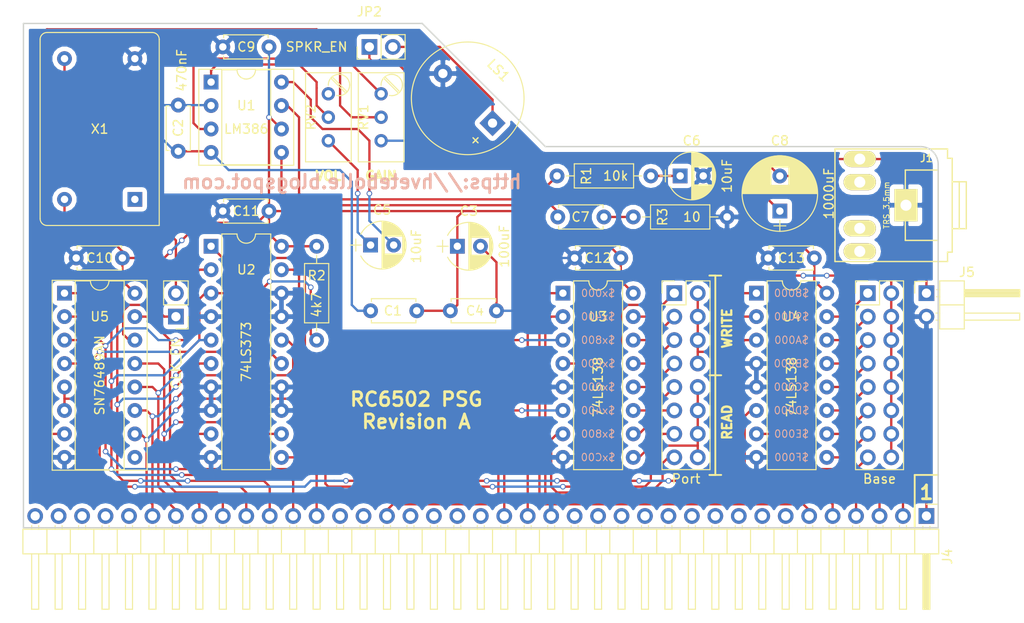
<source format=kicad_pcb>
(kicad_pcb (version 4) (host pcbnew 4.0.7)
  (layers (0 F.Cu signal) (31 B.Cu signal) (34 B.Paste user) (35 F.Paste user) (36 B.SilkS user) (37 F.SilkS user) (38 B.Mask user) (39 F.Mask user) (44 Edge.Cuts user))
  (net 0 "")
  (net 1 GND)
  (net 2 VCC)
  (net 3 "Net-(C5-Pad1)")
  (net 4 "Net-(C5-Pad2)")
  (net 5 "Net-(C6-Pad1)")
  (net 6 "Net-(C7-Pad1)")
  (net 7 "Net-(C7-Pad2)")
  (net 8 "Net-(C8-Pad2)")
  (net 9 "Net-(J2-Pad1)")
  (net 10 WRITE)
  (net 11 "Net-(J2-Pad3)")
  (net 12 "Net-(J2-Pad5)")
  (net 13 "Net-(J2-Pad7)")
  (net 14 "Net-(J2-Pad9)")
  (net 15 READ)
  (net 16 "Net-(J2-Pad11)")
  (net 17 "Net-(J2-Pad13)")
  (net 18 "Net-(J2-Pad15)")
  (net 19 "Net-(J3-Pad1)")
  (net 20 "Net-(J3-Pad10)")
  (net 21 "Net-(J3-Pad3)")
  (net 22 "Net-(J3-Pad5)")
  (net 23 "Net-(J3-Pad7)")
  (net 24 "Net-(J3-Pad9)")
  (net 25 "Net-(J3-Pad11)")
  (net 26 "Net-(J3-Pad13)")
  (net 27 "Net-(J3-Pad15)")
  (net 28 /A15)
  (net 29 /A14)
  (net 30 /A13)
  (net 31 /A12)
  (net 32 /A11)
  (net 33 /A10)
  (net 34 /Phi2)
  (net 35 /R/~W)
  (net 36 /D0)
  (net 37 /D1)
  (net 38 /D2)
  (net 39 /D3)
  (net 40 /D4)
  (net 41 /D5)
  (net 42 /D6)
  (net 43 /D7)
  (net 44 /CLK)
  (net 45 "Net-(JP2-Pad2)")
  (net 46 "Net-(R1-Pad1)")
  (net 47 READY)
  (net 48 Line)
  (net 49 "Net-(RV1-Pad2)")
  (net 50 "Net-(RV2-Pad2)")
  (net 51 "Net-(JP1-Pad2)")
  (module Capacitors_THT:C_Disc_D4.7mm_W2.5mm_P5.00mm (layer F.Cu) (at 113.792 119.38)
    (fp_text reference C1 (at 2.413 0) (layer F.SilkS))
    (fp_text value 100nF)
    (pad 1 thru_hole circle (at 0 0) (size 1.6 1.6) (drill 0.8) (layers *.Cu *.Mask) (net 1 GND))
    (pad 2 thru_hole circle (at 5 0) (size 1.6 1.6) (drill 0.8) (layers *.Cu *.Mask) (net 2 VCC))
  )
  (module Capacitors_THT:C_Disc_D4.7mm_W2.5mm_P5.00mm (layer F.Cu) (at 92.964 102.108 90)
    (fp_text reference C2 (at 2.54 0 90) (layer F.SilkS))
    (fp_text value 470nF (at 8.763 0.381 90) (layer F.SilkS))
    (pad 1 thru_hole circle (at 0 0 90) (size 1.6 1.6) (drill 0.8) (layers *.Cu *.Mask) (net 1 GND))
    (pad 2 thru_hole circle (at 5 0 90) (size 1.6 1.6) (drill 0.8) (layers *.Cu *.Mask) (net 1 GND))
  )
  (module Capacitors_THT:C_Disc_D4.7mm_W2.5mm_P5.00mm (layer F.Cu) (at 122.428 119.38)
    (fp_text reference C4 (at 2.667 0) (layer F.SilkS))
    (fp_text value 100nF)
    (pad 1 thru_hole circle (at 0 0) (size 1.6 1.6) (drill 0.8) (layers *.Cu *.Mask) (net 2 VCC))
    (pad 2 thru_hole circle (at 5 0) (size 1.6 1.6) (drill 0.8) (layers *.Cu *.Mask) (net 1 GND))
  )
  (module Capacitors_THT:C_Disc_D4.7mm_W2.5mm_P5.00mm (layer F.Cu) (at 139.065 109.22 180)
    (fp_text reference C7 (at 2.54 0 180) (layer F.SilkS))
    (fp_text value 100nF)
    (pad 1 thru_hole circle (at 0 0 180) (size 1.6 1.6) (drill 0.8) (layers *.Cu *.Mask) (net 6 "Net-(C7-Pad1)"))
    (pad 2 thru_hole circle (at 5 0 180) (size 1.6 1.6) (drill 0.8) (layers *.Cu *.Mask) (net 7 "Net-(C7-Pad2)"))
  )
  (module Capacitors_THT:CP_Radial_D8.0mm_P3.80mm (layer F.Cu) (at 158.115 108.585 90)
    (fp_text reference C8 (at 7.62 0 180) (layer F.SilkS))
    (fp_text value 1000uF (at 1.9 5.31 90) (layer F.SilkS))
    (pad 1 thru_hole rect (at 0 0 90) (size 1.6 1.6) (drill 0.8) (layers *.Cu *.Mask) (net 7 "Net-(C7-Pad2)"))
    (pad 2 thru_hole circle (at 3.8 0 90) (size 1.6 1.6) (drill 0.8) (layers *.Cu *.Mask) (net 8 "Net-(C8-Pad2)"))
  )
  (module Pin_Headers:Pin_Header_Straight_2x08_Pitch2.54mm (layer F.Cu) (at 146.685 117.475)
    (fp_text reference J2)
    (fp_text value Port (at 1.27 20.11) (layer F.SilkS))
    (pad 1 thru_hole rect (at 0 0) (size 1.7 1.7) (drill 1) (layers *.Cu *.Mask) (net 9 "Net-(J2-Pad1)"))
    (pad 2 thru_hole oval (at 2.54 0) (size 1.7 1.7) (drill 1) (layers *.Cu *.Mask) (net 10 WRITE))
    (pad 3 thru_hole oval (at 0 2.54) (size 1.7 1.7) (drill 1) (layers *.Cu *.Mask) (net 11 "Net-(J2-Pad3)"))
    (pad 4 thru_hole oval (at 2.54 2.54) (size 1.7 1.7) (drill 1) (layers *.Cu *.Mask) (net 10 WRITE))
    (pad 5 thru_hole oval (at 0 5.08) (size 1.7 1.7) (drill 1) (layers *.Cu *.Mask) (net 12 "Net-(J2-Pad5)"))
    (pad 6 thru_hole oval (at 2.54 5.08) (size 1.7 1.7) (drill 1) (layers *.Cu *.Mask) (net 10 WRITE))
    (pad 7 thru_hole oval (at 0 7.62) (size 1.7 1.7) (drill 1) (layers *.Cu *.Mask) (net 13 "Net-(J2-Pad7)"))
    (pad 8 thru_hole oval (at 2.54 7.62) (size 1.7 1.7) (drill 1) (layers *.Cu *.Mask) (net 10 WRITE))
    (pad 9 thru_hole oval (at 0 10.16) (size 1.7 1.7) (drill 1) (layers *.Cu *.Mask) (net 14 "Net-(J2-Pad9)"))
    (pad 10 thru_hole oval (at 2.54 10.16) (size 1.7 1.7) (drill 1) (layers *.Cu *.Mask) (net 15 READ))
    (pad 11 thru_hole oval (at 0 12.7) (size 1.7 1.7) (drill 1) (layers *.Cu *.Mask) (net 16 "Net-(J2-Pad11)"))
    (pad 12 thru_hole oval (at 2.54 12.7) (size 1.7 1.7) (drill 1) (layers *.Cu *.Mask) (net 15 READ))
    (pad 13 thru_hole oval (at 0 15.24) (size 1.7 1.7) (drill 1) (layers *.Cu *.Mask) (net 17 "Net-(J2-Pad13)"))
    (pad 14 thru_hole oval (at 2.54 15.24) (size 1.7 1.7) (drill 1) (layers *.Cu *.Mask) (net 15 READ))
    (pad 15 thru_hole oval (at 0 17.78) (size 1.7 1.7) (drill 1) (layers *.Cu *.Mask) (net 18 "Net-(J2-Pad15)"))
    (pad 16 thru_hole oval (at 2.54 17.78) (size 1.7 1.7) (drill 1) (layers *.Cu *.Mask) (net 15 READ))
  )
  (module Pin_Headers:Pin_Header_Straight_2x08_Pitch2.54mm (layer F.Cu) (at 167.64 117.475)
    (fp_text reference J3)
    (fp_text value Base (at 1.27 20.11) (layer F.SilkS))
    (pad 1 thru_hole rect (at 0 0) (size 1.7 1.7) (drill 1) (layers *.Cu *.Mask) (net 19 "Net-(J3-Pad1)"))
    (pad 2 thru_hole oval (at 2.54 0) (size 1.7 1.7) (drill 1) (layers *.Cu *.Mask) (net 20 "Net-(J3-Pad10)"))
    (pad 3 thru_hole oval (at 0 2.54) (size 1.7 1.7) (drill 1) (layers *.Cu *.Mask) (net 21 "Net-(J3-Pad3)"))
    (pad 4 thru_hole oval (at 2.54 2.54) (size 1.7 1.7) (drill 1) (layers *.Cu *.Mask) (net 20 "Net-(J3-Pad10)"))
    (pad 5 thru_hole oval (at 0 5.08) (size 1.7 1.7) (drill 1) (layers *.Cu *.Mask) (net 22 "Net-(J3-Pad5)"))
    (pad 6 thru_hole oval (at 2.54 5.08) (size 1.7 1.7) (drill 1) (layers *.Cu *.Mask) (net 20 "Net-(J3-Pad10)"))
    (pad 7 thru_hole oval (at 0 7.62) (size 1.7 1.7) (drill 1) (layers *.Cu *.Mask) (net 23 "Net-(J3-Pad7)"))
    (pad 8 thru_hole oval (at 2.54 7.62) (size 1.7 1.7) (drill 1) (layers *.Cu *.Mask) (net 20 "Net-(J3-Pad10)"))
    (pad 9 thru_hole oval (at 0 10.16) (size 1.7 1.7) (drill 1) (layers *.Cu *.Mask) (net 24 "Net-(J3-Pad9)"))
    (pad 10 thru_hole oval (at 2.54 10.16) (size 1.7 1.7) (drill 1) (layers *.Cu *.Mask) (net 20 "Net-(J3-Pad10)"))
    (pad 11 thru_hole oval (at 0 12.7) (size 1.7 1.7) (drill 1) (layers *.Cu *.Mask) (net 25 "Net-(J3-Pad11)"))
    (pad 12 thru_hole oval (at 2.54 12.7) (size 1.7 1.7) (drill 1) (layers *.Cu *.Mask) (net 20 "Net-(J3-Pad10)"))
    (pad 13 thru_hole oval (at 0 15.24) (size 1.7 1.7) (drill 1) (layers *.Cu *.Mask) (net 26 "Net-(J3-Pad13)"))
    (pad 14 thru_hole oval (at 2.54 15.24) (size 1.7 1.7) (drill 1) (layers *.Cu *.Mask) (net 20 "Net-(J3-Pad10)"))
    (pad 15 thru_hole oval (at 0 17.78) (size 1.7 1.7) (drill 1) (layers *.Cu *.Mask) (net 27 "Net-(J3-Pad15)"))
    (pad 16 thru_hole oval (at 2.54 17.78) (size 1.7 1.7) (drill 1) (layers *.Cu *.Mask) (net 20 "Net-(J3-Pad10)"))
  )
  (module Pin_Headers:Pin_Header_Angled_1x39_Pitch2.54mm (layer F.Cu) (at 173.99 141.605 270)
    (fp_text reference J4 (at 4.385 -2.27 270) (layer F.SilkS))
    (fp_text value RC6502_Backplane)
    (pad 1 thru_hole rect (at 0 0 270) (size 1.7 1.7) (drill 1) (layers *.Cu *.Mask) (net 28 /A15))
    (pad 2 thru_hole oval (at 0 2.54 270) (size 1.7 1.7) (drill 1) (layers *.Cu *.Mask) (net 29 /A14))
    (pad 3 thru_hole oval (at 0 5.08 270) (size 1.7 1.7) (drill 1) (layers *.Cu *.Mask) (net 30 /A13))
    (pad 4 thru_hole oval (at 0 7.62 270) (size 1.7 1.7) (drill 1) (layers *.Cu *.Mask) (net 31 /A12))
    (pad 5 thru_hole oval (at 0 10.16 270) (size 1.7 1.7) (drill 1) (layers *.Cu *.Mask) (net 32 /A11))
    (pad 6 thru_hole oval (at 0 12.7 270) (size 1.7 1.7) (drill 1) (layers *.Cu *.Mask) (net 33 /A10))
    (pad 7 thru_hole oval (at 0 15.24 270) (size 1.7 1.7) (drill 1) (layers *.Cu *.Mask))
    (pad 8 thru_hole oval (at 0 17.78 270) (size 1.7 1.7) (drill 1) (layers *.Cu *.Mask))
    (pad 9 thru_hole oval (at 0 20.32 270) (size 1.7 1.7) (drill 1) (layers *.Cu *.Mask))
    (pad 10 thru_hole oval (at 0 22.86 270) (size 1.7 1.7) (drill 1) (layers *.Cu *.Mask))
    (pad 11 thru_hole oval (at 0 25.4 270) (size 1.7 1.7) (drill 1) (layers *.Cu *.Mask))
    (pad 12 thru_hole oval (at 0 27.94 270) (size 1.7 1.7) (drill 1) (layers *.Cu *.Mask))
    (pad 13 thru_hole oval (at 0 30.48 270) (size 1.7 1.7) (drill 1) (layers *.Cu *.Mask))
    (pad 14 thru_hole oval (at 0 33.02 270) (size 1.7 1.7) (drill 1) (layers *.Cu *.Mask))
    (pad 15 thru_hole oval (at 0 35.56 270) (size 1.7 1.7) (drill 1) (layers *.Cu *.Mask))
    (pad 16 thru_hole oval (at 0 38.1 270) (size 1.7 1.7) (drill 1) (layers *.Cu *.Mask))
    (pad 17 thru_hole oval (at 0 40.64 270) (size 1.7 1.7) (drill 1) (layers *.Cu *.Mask) (net 1 GND))
    (pad 18 thru_hole oval (at 0 43.18 270) (size 1.7 1.7) (drill 1) (layers *.Cu *.Mask) (net 2 VCC))
    (pad 19 thru_hole oval (at 0 45.72 270) (size 1.7 1.7) (drill 1) (layers *.Cu *.Mask) (net 34 /Phi2))
    (pad 20 thru_hole oval (at 0 48.26 270) (size 1.7 1.7) (drill 1) (layers *.Cu *.Mask))
    (pad 21 thru_hole oval (at 0 50.8 270) (size 1.7 1.7) (drill 1) (layers *.Cu *.Mask))
    (pad 22 thru_hole oval (at 0 53.34 270) (size 1.7 1.7) (drill 1) (layers *.Cu *.Mask))
    (pad 23 thru_hole oval (at 0 55.88 270) (size 1.7 1.7) (drill 1) (layers *.Cu *.Mask))
    (pad 24 thru_hole oval (at 0 58.42 270) (size 1.7 1.7) (drill 1) (layers *.Cu *.Mask) (net 35 /R/~W))
    (pad 25 thru_hole oval (at 0 60.96 270) (size 1.7 1.7) (drill 1) (layers *.Cu *.Mask))
    (pad 26 thru_hole oval (at 0 63.5 270) (size 1.7 1.7) (drill 1) (layers *.Cu *.Mask))
    (pad 27 thru_hole oval (at 0 66.04 270) (size 1.7 1.7) (drill 1) (layers *.Cu *.Mask) (net 36 /D0))
    (pad 28 thru_hole oval (at 0 68.58 270) (size 1.7 1.7) (drill 1) (layers *.Cu *.Mask) (net 37 /D1))
    (pad 29 thru_hole oval (at 0 71.12 270) (size 1.7 1.7) (drill 1) (layers *.Cu *.Mask) (net 38 /D2))
    (pad 30 thru_hole oval (at 0 73.66 270) (size 1.7 1.7) (drill 1) (layers *.Cu *.Mask) (net 39 /D3))
    (pad 31 thru_hole oval (at 0 76.2 270) (size 1.7 1.7) (drill 1) (layers *.Cu *.Mask) (net 40 /D4))
    (pad 32 thru_hole oval (at 0 78.74 270) (size 1.7 1.7) (drill 1) (layers *.Cu *.Mask) (net 41 /D5))
    (pad 33 thru_hole oval (at 0 81.28 270) (size 1.7 1.7) (drill 1) (layers *.Cu *.Mask) (net 42 /D6))
    (pad 34 thru_hole oval (at 0 83.82 270) (size 1.7 1.7) (drill 1) (layers *.Cu *.Mask) (net 43 /D7))
    (pad 35 thru_hole oval (at 0 86.36 270) (size 1.7 1.7) (drill 1) (layers *.Cu *.Mask))
    (pad 36 thru_hole oval (at 0 88.9 270) (size 1.7 1.7) (drill 1) (layers *.Cu *.Mask))
    (pad 37 thru_hole oval (at 0 91.44 270) (size 1.7 1.7) (drill 1) (layers *.Cu *.Mask))
    (pad 38 thru_hole oval (at 0 93.98 270) (size 1.7 1.7) (drill 1) (layers *.Cu *.Mask))
    (pad 39 thru_hole oval (at 0 96.52 270) (size 1.7 1.7) (drill 1) (layers *.Cu *.Mask))
  )
  (module Pin_Headers:Pin_Header_Straight_1x02_Pitch2.54mm (layer F.Cu) (at 113.665 90.805 90)
    (fp_text reference JP2 (at 3.81 0 180) (layer F.SilkS))
    (fp_text value SPKR_EN (at 0 -5.715 180) (layer F.SilkS))
    (pad 1 thru_hole rect (at 0 0 90) (size 1.7 1.7) (drill 1) (layers *.Cu *.Mask) (net 8 "Net-(C8-Pad2)"))
    (pad 2 thru_hole oval (at 0 2.54 90) (size 1.7 1.7) (drill 1) (layers *.Cu *.Mask) (net 45 "Net-(JP2-Pad2)"))
  )
  (module Buzzers_Beepers:Buzzer_12x9.5RM7.6 (layer F.Cu) (at 127 99.06 135)
    (fp_text reference LS1 (at 3.592102 4.490128 135) (layer F.SilkS))
    (fp_text value Speaker)
    (fp_text user + (at -0.01 -2.54 135) (layer F.SilkS))
    (pad 1 thru_hole rect (at 0 0 135) (size 2 2) (drill 1) (layers *.Cu *.Mask) (net 45 "Net-(JP2-Pad2)"))
    (pad 2 thru_hole circle (at 7.6 0 135) (size 2 2) (drill 1) (layers *.Cu *.Mask) (net 1 GND))
  )
  (module Resistors_THT:R_Axial_DIN0207_L6.3mm_D2.5mm_P10.16mm_Horizontal (layer F.Cu) (at 133.985 104.775)
    (fp_text reference R1 (at 3.175 0 90) (layer F.SilkS))
    (fp_text value 10k (at 6.35 0) (layer F.SilkS))
    (pad 1 thru_hole circle (at 0 0) (size 1.6 1.6) (drill 0.8) (layers *.Cu *.Mask) (net 46 "Net-(R1-Pad1)"))
    (pad 2 thru_hole oval (at 10.16 0) (size 1.6 1.6) (drill 0.8) (layers *.Cu *.Mask) (net 5 "Net-(C6-Pad1)"))
  )
  (module Resistors_THT:R_Axial_DIN0207_L6.3mm_D2.5mm_P10.16mm_Horizontal (layer F.Cu) (at 107.95 112.395 270)
    (fp_text reference R2 (at 3.175 0 360) (layer F.SilkS))
    (fp_text value 4k7 (at 6.35 0 270) (layer F.SilkS))
    (pad 1 thru_hole circle (at 0 0 270) (size 1.6 1.6) (drill 0.8) (layers *.Cu *.Mask) (net 2 VCC))
    (pad 2 thru_hole oval (at 10.16 0 270) (size 1.6 1.6) (drill 0.8) (layers *.Cu *.Mask) (net 47 READY))
  )
  (module Resistors_THT:R_Axial_DIN0207_L6.3mm_D2.5mm_P10.16mm_Horizontal (layer F.Cu) (at 142.24 109.22)
    (fp_text reference R3 (at 3.175 0 90) (layer F.SilkS))
    (fp_text value 10 (at 6.35 0) (layer F.SilkS))
    (pad 1 thru_hole circle (at 0 0) (size 1.6 1.6) (drill 0.8) (layers *.Cu *.Mask) (net 6 "Net-(C7-Pad1)"))
    (pad 2 thru_hole oval (at 10.16 0) (size 1.6 1.6) (drill 0.8) (layers *.Cu *.Mask) (net 1 GND))
  )
  (module Potentiometers:Potentiometer_Trimmer_Bourns_3296W (layer F.Cu) (at 114.935 95.885 90)
    (fp_text reference RV1 (at -2.54 -1.905 90) (layer F.SilkS))
    (fp_text value 10K)
    (pad 1 thru_hole circle (at 0 0 90) (size 1.44 1.44) (drill 0.8) (layers *.Cu *.Mask) (net 48 Line))
    (pad 2 thru_hole circle (at -2.54 0 90) (size 1.44 1.44) (drill 0.8) (layers *.Cu *.Mask) (net 49 "Net-(RV1-Pad2)"))
    (pad 3 thru_hole circle (at -5.08 0 90) (size 1.44 1.44) (drill 0.8) (layers *.Cu *.Mask) (net 1 GND))
  )
  (module Potentiometers:Potentiometer_Trimmer_Bourns_3296W (layer F.Cu) (at 109.22 95.885 90)
    (fp_text reference RV2 (at -2.54 -1.905 90) (layer F.SilkS))
    (fp_text value 10K)
    (pad 1 thru_hole circle (at 0 0 90) (size 1.44 1.44) (drill 0.8) (layers *.Cu *.Mask))
    (pad 2 thru_hole circle (at -2.54 0 90) (size 1.44 1.44) (drill 0.8) (layers *.Cu *.Mask) (net 50 "Net-(RV2-Pad2)"))
    (pad 3 thru_hole circle (at -5.08 0 90) (size 1.44 1.44) (drill 0.8) (layers *.Cu *.Mask) (net 3 "Net-(C5-Pad1)"))
  )
  (module Housings_DIP:DIP-8_W7.62mm_Socket (layer F.Cu) (at 96.52 94.615)
    (fp_text reference U1 (at 3.81 2.54) (layer F.SilkS))
    (fp_text value LM386 (at 3.81 5.08) (layer F.SilkS))
    (pad 1 thru_hole rect (at 0 0) (size 1.6 1.6) (drill 0.8) (layers *.Cu *.Mask) (net 50 "Net-(RV2-Pad2)"))
    (pad 5 thru_hole oval (at 7.62 7.62) (size 1.6 1.6) (drill 0.8) (layers *.Cu *.Mask) (net 7 "Net-(C7-Pad2)"))
    (pad 2 thru_hole oval (at 0 2.54) (size 1.6 1.6) (drill 0.8) (layers *.Cu *.Mask) (net 1 GND))
    (pad 6 thru_hole oval (at 7.62 5.08) (size 1.6 1.6) (drill 0.8) (layers *.Cu *.Mask) (net 2 VCC))
    (pad 3 thru_hole oval (at 0 5.08) (size 1.6 1.6) (drill 0.8) (layers *.Cu *.Mask) (net 49 "Net-(RV1-Pad2)"))
    (pad 7 thru_hole oval (at 7.62 2.54) (size 1.6 1.6) (drill 0.8) (layers *.Cu *.Mask) (net 46 "Net-(R1-Pad1)"))
    (pad 4 thru_hole oval (at 0 7.62) (size 1.6 1.6) (drill 0.8) (layers *.Cu *.Mask) (net 1 GND))
    (pad 8 thru_hole oval (at 7.62 0) (size 1.6 1.6) (drill 0.8) (layers *.Cu *.Mask) (net 4 "Net-(C5-Pad2)"))
  )
  (module Housings_DIP:DIP-20_W7.62mm (layer F.Cu) (at 96.52 112.395)
    (fp_text reference U2 (at 3.81 2.54) (layer F.SilkS))
    (fp_text value 74LS373 (at 3.81 11.43 90) (layer F.SilkS))
    (pad 1 thru_hole rect (at 0 0) (size 1.6 1.6) (drill 0.8) (layers *.Cu *.Mask) (net 15 READ))
    (pad 11 thru_hole oval (at 7.62 22.86) (size 1.6 1.6) (drill 0.8) (layers *.Cu *.Mask) (net 15 READ))
    (pad 2 thru_hole oval (at 0 2.54) (size 1.6 1.6) (drill 0.8) (layers *.Cu *.Mask) (net 36 /D0))
    (pad 12 thru_hole oval (at 7.62 20.32) (size 1.6 1.6) (drill 0.8) (layers *.Cu *.Mask) (net 40 /D4))
    (pad 3 thru_hole oval (at 0 5.08) (size 1.6 1.6) (drill 0.8) (layers *.Cu *.Mask) (net 47 READY))
    (pad 13 thru_hole oval (at 7.62 17.78) (size 1.6 1.6) (drill 0.8) (layers *.Cu *.Mask) (net 1 GND))
    (pad 4 thru_hole oval (at 0 7.62) (size 1.6 1.6) (drill 0.8) (layers *.Cu *.Mask) (net 1 GND))
    (pad 14 thru_hole oval (at 7.62 15.24) (size 1.6 1.6) (drill 0.8) (layers *.Cu *.Mask) (net 1 GND))
    (pad 5 thru_hole oval (at 0 10.16) (size 1.6 1.6) (drill 0.8) (layers *.Cu *.Mask) (net 37 /D1))
    (pad 15 thru_hole oval (at 7.62 12.7) (size 1.6 1.6) (drill 0.8) (layers *.Cu *.Mask) (net 41 /D5))
    (pad 6 thru_hole oval (at 0 12.7) (size 1.6 1.6) (drill 0.8) (layers *.Cu *.Mask) (net 38 /D2))
    (pad 16 thru_hole oval (at 7.62 10.16) (size 1.6 1.6) (drill 0.8) (layers *.Cu *.Mask) (net 42 /D6))
    (pad 7 thru_hole oval (at 0 15.24) (size 1.6 1.6) (drill 0.8) (layers *.Cu *.Mask) (net 1 GND))
    (pad 17 thru_hole oval (at 7.62 7.62) (size 1.6 1.6) (drill 0.8) (layers *.Cu *.Mask) (net 1 GND))
    (pad 8 thru_hole oval (at 0 17.78) (size 1.6 1.6) (drill 0.8) (layers *.Cu *.Mask) (net 1 GND))
    (pad 18 thru_hole oval (at 7.62 5.08) (size 1.6 1.6) (drill 0.8) (layers *.Cu *.Mask) (net 1 GND))
    (pad 9 thru_hole oval (at 0 20.32) (size 1.6 1.6) (drill 0.8) (layers *.Cu *.Mask) (net 39 /D3))
    (pad 19 thru_hole oval (at 7.62 2.54) (size 1.6 1.6) (drill 0.8) (layers *.Cu *.Mask) (net 43 /D7))
    (pad 10 thru_hole oval (at 0 22.86) (size 1.6 1.6) (drill 0.8) (layers *.Cu *.Mask) (net 1 GND))
    (pad 20 thru_hole oval (at 7.62 0) (size 1.6 1.6) (drill 0.8) (layers *.Cu *.Mask) (net 2 VCC))
  )
  (module Housings_DIP:DIP-16_W7.62mm (layer F.Cu) (at 134.62 117.475)
    (fp_text reference U3 (at 3.81 2.54) (layer F.SilkS))
    (fp_text value 74LS138 (at 3.81 10.16 90) (layer F.SilkS))
    (pad 1 thru_hole rect (at 0 0) (size 1.6 1.6) (drill 0.8) (layers *.Cu *.Mask) (net 33 /A10))
    (pad 9 thru_hole oval (at 7.62 17.78) (size 1.6 1.6) (drill 0.8) (layers *.Cu *.Mask) (net 17 "Net-(J2-Pad13)"))
    (pad 2 thru_hole oval (at 0 2.54) (size 1.6 1.6) (drill 0.8) (layers *.Cu *.Mask) (net 32 /A11))
    (pad 10 thru_hole oval (at 7.62 15.24) (size 1.6 1.6) (drill 0.8) (layers *.Cu *.Mask) (net 16 "Net-(J2-Pad11)"))
    (pad 3 thru_hole oval (at 0 5.08) (size 1.6 1.6) (drill 0.8) (layers *.Cu *.Mask) (net 35 /R/~W))
    (pad 11 thru_hole oval (at 7.62 12.7) (size 1.6 1.6) (drill 0.8) (layers *.Cu *.Mask) (net 14 "Net-(J2-Pad9)"))
    (pad 4 thru_hole oval (at 0 7.62) (size 1.6 1.6) (drill 0.8) (layers *.Cu *.Mask) (net 20 "Net-(J3-Pad10)"))
    (pad 12 thru_hole oval (at 7.62 10.16) (size 1.6 1.6) (drill 0.8) (layers *.Cu *.Mask) (net 13 "Net-(J2-Pad7)"))
    (pad 5 thru_hole oval (at 0 10.16) (size 1.6 1.6) (drill 0.8) (layers *.Cu *.Mask) (net 1 GND))
    (pad 13 thru_hole oval (at 7.62 7.62) (size 1.6 1.6) (drill 0.8) (layers *.Cu *.Mask) (net 12 "Net-(J2-Pad5)"))
    (pad 6 thru_hole oval (at 0 12.7) (size 1.6 1.6) (drill 0.8) (layers *.Cu *.Mask) (net 34 /Phi2))
    (pad 14 thru_hole oval (at 7.62 5.08) (size 1.6 1.6) (drill 0.8) (layers *.Cu *.Mask) (net 11 "Net-(J2-Pad3)"))
    (pad 7 thru_hole oval (at 0 15.24) (size 1.6 1.6) (drill 0.8) (layers *.Cu *.Mask) (net 18 "Net-(J2-Pad15)"))
    (pad 15 thru_hole oval (at 7.62 2.54) (size 1.6 1.6) (drill 0.8) (layers *.Cu *.Mask) (net 9 "Net-(J2-Pad1)"))
    (pad 8 thru_hole oval (at 0 17.78) (size 1.6 1.6) (drill 0.8) (layers *.Cu *.Mask) (net 1 GND))
    (pad 16 thru_hole oval (at 7.62 0) (size 1.6 1.6) (drill 0.8) (layers *.Cu *.Mask) (net 2 VCC))
  )
  (module Housings_DIP:DIP-16_W7.62mm (layer F.Cu) (at 155.575 117.475)
    (fp_text reference U4 (at 3.81 2.54) (layer F.SilkS))
    (fp_text value 74LS138 (at 3.81 10.16 90) (layer F.SilkS))
    (pad 1 thru_hole rect (at 0 0) (size 1.6 1.6) (drill 0.8) (layers *.Cu *.Mask) (net 31 /A12))
    (pad 9 thru_hole oval (at 7.62 17.78) (size 1.6 1.6) (drill 0.8) (layers *.Cu *.Mask) (net 26 "Net-(J3-Pad13)"))
    (pad 2 thru_hole oval (at 0 2.54) (size 1.6 1.6) (drill 0.8) (layers *.Cu *.Mask) (net 30 /A13))
    (pad 10 thru_hole oval (at 7.62 15.24) (size 1.6 1.6) (drill 0.8) (layers *.Cu *.Mask) (net 25 "Net-(J3-Pad11)"))
    (pad 3 thru_hole oval (at 0 5.08) (size 1.6 1.6) (drill 0.8) (layers *.Cu *.Mask) (net 29 /A14))
    (pad 11 thru_hole oval (at 7.62 12.7) (size 1.6 1.6) (drill 0.8) (layers *.Cu *.Mask) (net 24 "Net-(J3-Pad9)"))
    (pad 4 thru_hole oval (at 0 7.62) (size 1.6 1.6) (drill 0.8) (layers *.Cu *.Mask) (net 1 GND))
    (pad 12 thru_hole oval (at 7.62 10.16) (size 1.6 1.6) (drill 0.8) (layers *.Cu *.Mask) (net 23 "Net-(J3-Pad7)"))
    (pad 5 thru_hole oval (at 0 10.16) (size 1.6 1.6) (drill 0.8) (layers *.Cu *.Mask) (net 1 GND))
    (pad 13 thru_hole oval (at 7.62 7.62) (size 1.6 1.6) (drill 0.8) (layers *.Cu *.Mask) (net 22 "Net-(J3-Pad5)"))
    (pad 6 thru_hole oval (at 0 12.7) (size 1.6 1.6) (drill 0.8) (layers *.Cu *.Mask) (net 28 /A15))
    (pad 14 thru_hole oval (at 7.62 5.08) (size 1.6 1.6) (drill 0.8) (layers *.Cu *.Mask) (net 21 "Net-(J3-Pad3)"))
    (pad 7 thru_hole oval (at 0 15.24) (size 1.6 1.6) (drill 0.8) (layers *.Cu *.Mask) (net 27 "Net-(J3-Pad15)"))
    (pad 15 thru_hole oval (at 7.62 2.54) (size 1.6 1.6) (drill 0.8) (layers *.Cu *.Mask) (net 19 "Net-(J3-Pad1)"))
    (pad 8 thru_hole oval (at 0 17.78) (size 1.6 1.6) (drill 0.8) (layers *.Cu *.Mask) (net 1 GND))
    (pad 16 thru_hole oval (at 7.62 0) (size 1.6 1.6) (drill 0.8) (layers *.Cu *.Mask) (net 2 VCC))
  )
  (module Housings_DIP:DIP-16_W7.62mm_Socket (layer F.Cu) (at 80.645 117.475)
    (fp_text reference U5 (at 3.81 2.54) (layer F.SilkS))
    (fp_text value SN76489AN (at 3.81 8.89 90) (layer F.SilkS))
    (pad 1 thru_hole rect (at 0 0) (size 1.6 1.6) (drill 0.8) (layers *.Cu *.Mask) (net 38 /D2))
    (pad 9 thru_hole oval (at 7.62 17.78) (size 1.6 1.6) (drill 0.8) (layers *.Cu *.Mask))
    (pad 2 thru_hole oval (at 0 2.54) (size 1.6 1.6) (drill 0.8) (layers *.Cu *.Mask) (net 37 /D1))
    (pad 10 thru_hole oval (at 7.62 15.24) (size 1.6 1.6) (drill 0.8) (layers *.Cu *.Mask) (net 43 /D7))
    (pad 3 thru_hole oval (at 0 5.08) (size 1.6 1.6) (drill 0.8) (layers *.Cu *.Mask) (net 36 /D0))
    (pad 11 thru_hole oval (at 7.62 12.7) (size 1.6 1.6) (drill 0.8) (layers *.Cu *.Mask) (net 42 /D6))
    (pad 4 thru_hole oval (at 0 7.62) (size 1.6 1.6) (drill 0.8) (layers *.Cu *.Mask) (net 47 READY))
    (pad 12 thru_hole oval (at 7.62 10.16) (size 1.6 1.6) (drill 0.8) (layers *.Cu *.Mask) (net 41 /D5))
    (pad 5 thru_hole oval (at 0 10.16) (size 1.6 1.6) (drill 0.8) (layers *.Cu *.Mask) (net 10 WRITE))
    (pad 13 thru_hole oval (at 7.62 7.62) (size 1.6 1.6) (drill 0.8) (layers *.Cu *.Mask) (net 40 /D4))
    (pad 6 thru_hole oval (at 0 12.7) (size 1.6 1.6) (drill 0.8) (layers *.Cu *.Mask) (net 10 WRITE))
    (pad 14 thru_hole oval (at 7.62 5.08) (size 1.6 1.6) (drill 0.8) (layers *.Cu *.Mask) (net 44 /CLK))
    (pad 7 thru_hole oval (at 0 15.24) (size 1.6 1.6) (drill 0.8) (layers *.Cu *.Mask) (net 48 Line))
    (pad 15 thru_hole oval (at 7.62 2.54) (size 1.6 1.6) (drill 0.8) (layers *.Cu *.Mask) (net 39 /D3))
    (pad 8 thru_hole oval (at 0 17.78) (size 1.6 1.6) (drill 0.8) (layers *.Cu *.Mask) (net 1 GND))
    (pad 16 thru_hole oval (at 7.62 0) (size 1.6 1.6) (drill 0.8) (layers *.Cu *.Mask) (net 2 VCC))
  )
  (module Oscillators:Oscillator_DIP-14 (layer F.Cu) (at 88.265 107.315 90)
    (fp_text reference X1 (at 7.62 -3.81 180) (layer F.SilkS))
    (fp_text value TCXO-14)
    (pad 1 thru_hole rect (at 0 0 90) (size 1.6 1.6) (drill 0.8) (layers *.Cu *.Mask))
    (pad 14 thru_hole circle (at 0 -7.62 90) (size 1.6 1.6) (drill 0.8) (layers *.Cu *.Mask) (net 2 VCC))
    (pad 8 thru_hole circle (at 15.24 -7.62 90) (size 1.6 1.6) (drill 0.8) (layers *.Cu *.Mask) (net 51 "Net-(JP1-Pad2)"))
    (pad 7 thru_hole circle (at 15.24 0 90) (size 1.6 1.6) (drill 0.8) (layers *.Cu *.Mask) (net 1 GND))
  )
  (module TRS:Tayda_3.5mm_stereo_TRS_jack_A-853 (layer F.Cu) (at 170.18 107.95 270)
    (fp_text reference J1 (at -5.08 -3.81 360) (layer F.SilkS) (effects (font (size 0.8 0.8))))
    (fp_text value TRS_3.5mm (at 0 0.508 270) (layer F.SilkS) (effects (font (size 0.6 0.6) (thickness 0.1))))
    (pad 1 thru_hole rect (at 0 -1.596 270) (size 3.5 2.5) (drill 1.2) (layers *.Cu *.Mask F.SilkS) (net 1 GND))
    (pad 2 thru_hole oval (at 5 3.41 270) (size 1.75 3.5) (drill 1.2) (layers *.Cu *.Mask F.SilkS))
    (pad 5 thru_hole oval (at -5 3.41 270) (size 1.75 3.5) (drill 1.2) (layers *.Cu *.Mask F.SilkS) (net 8 "Net-(C8-Pad2)"))
    (pad 3 thru_hole oval (at 2.5 3.41 270) (size 1.75 3.5) (drill 1.2) (layers *.Cu *.Mask F.SilkS))
    (pad 4 thru_hole oval (at -2.5 3.41 270) (size 1.75 3.5) (drill 1.2) (layers *.Cu *.Mask F.SilkS))
  )
  (module Capacitors_THT:C_Disc_D4.7mm_W2.5mm_P5.00mm (layer F.Cu) (at 97.79 90.805)
    (fp_text reference C9 (at 2.54 0) (layer F.SilkS))
    (fp_text value 100nF)
    (pad 1 thru_hole circle (at 0 0) (size 1.6 1.6) (drill 0.8) (layers *.Cu *.Mask) (net 1 GND))
    (pad 2 thru_hole circle (at 5 0) (size 1.6 1.6) (drill 0.8) (layers *.Cu *.Mask) (net 2 VCC))
  )
  (module Capacitors_THT:C_Disc_D4.7mm_W2.5mm_P5.00mm (layer F.Cu) (at 81.915 113.665)
    (fp_text reference C10 (at 2.54 0) (layer F.SilkS))
    (fp_text value 100nF)
    (pad 1 thru_hole circle (at 0 0) (size 1.6 1.6) (drill 0.8) (layers *.Cu *.Mask) (net 1 GND))
    (pad 2 thru_hole circle (at 5 0) (size 1.6 1.6) (drill 0.8) (layers *.Cu *.Mask) (net 2 VCC))
  )
  (module Capacitors_THT:C_Disc_D4.7mm_W2.5mm_P5.00mm (layer F.Cu) (at 97.79 108.585)
    (fp_text reference C11 (at 2.54 0) (layer F.SilkS))
    (fp_text value 100nF)
    (pad 1 thru_hole circle (at 0 0) (size 1.6 1.6) (drill 0.8) (layers *.Cu *.Mask) (net 1 GND))
    (pad 2 thru_hole circle (at 5 0) (size 1.6 1.6) (drill 0.8) (layers *.Cu *.Mask) (net 2 VCC))
  )
  (module Capacitors_THT:C_Disc_D4.7mm_W2.5mm_P5.00mm (layer F.Cu) (at 135.89 113.665)
    (fp_text reference C12 (at 2.54 0) (layer F.SilkS))
    (fp_text value 100nF)
    (pad 1 thru_hole circle (at 0 0) (size 1.6 1.6) (drill 0.8) (layers *.Cu *.Mask) (net 1 GND))
    (pad 2 thru_hole circle (at 5 0) (size 1.6 1.6) (drill 0.8) (layers *.Cu *.Mask) (net 2 VCC))
  )
  (module Capacitors_THT:C_Disc_D4.7mm_W2.5mm_P5.00mm (layer F.Cu) (at 156.845 113.665)
    (fp_text reference C13 (at 2.54 0) (layer F.SilkS))
    (fp_text value 100nF)
    (pad 1 thru_hole circle (at 0 0) (size 1.6 1.6) (drill 0.8) (layers *.Cu *.Mask) (net 1 GND))
    (pad 2 thru_hole circle (at 5 0) (size 1.6 1.6) (drill 0.8) (layers *.Cu *.Mask) (net 2 VCC))
  )
  (module Pin_Headers:Pin_Header_Straight_1x02_Pitch2.54mm (layer F.Cu) (at 92.71 120.015 180)
    (fp_text reference JP1)
    (fp_text value CLK_EN (at 0 -5.08 270) (layer F.SilkS))
    (pad 1 thru_hole rect (at 0 0 180) (size 1.7 1.7) (drill 1) (layers *.Cu *.Mask) (net 44 /CLK))
    (pad 2 thru_hole oval (at 0 2.54 180) (size 1.7 1.7) (drill 1) (layers *.Cu *.Mask) (net 51 "Net-(JP1-Pad2)"))
  )
  (module Pin_Headers:Pin_Header_Angled_1x02_Pitch2.54mm (layer F.Cu) (at 173.99 117.475)
    (fp_text reference J5 (at 4.385 -2.27) (layer F.SilkS))
    (fp_text value EXT)
    (pad 1 thru_hole rect (at 0 0) (size 1.7 1.7) (drill 1) (layers *.Cu *.Mask) (net 8 "Net-(C8-Pad2)"))
    (pad 2 thru_hole oval (at 0 2.54) (size 1.7 1.7) (drill 1) (layers *.Cu *.Mask) (net 1 GND))
  )
  (module Capacitors_THT:CP_Radial_D5.0mm_P2.50mm (layer F.Cu) (at 113.792 112.268)
    (fp_text reference C5 (at 1.25 -3.81) (layer F.SilkS))
    (fp_text value 10uF (at 4.953 0.127 90) (layer F.SilkS))
    (pad 1 thru_hole rect (at 0 0) (size 1.6 1.6) (drill 0.8) (layers *.Cu *.Mask) (net 3 "Net-(C5-Pad1)"))
    (pad 2 thru_hole circle (at 2.5 0) (size 1.6 1.6) (drill 0.8) (layers *.Cu *.Mask) (net 4 "Net-(C5-Pad2)"))
  )
  (module Capacitors_THT:CP_Radial_D5.0mm_P2.50mm (layer F.Cu) (at 147.32 104.775)
    (fp_text reference C6 (at 1.25 -3.81) (layer F.SilkS))
    (fp_text value 10uF (at 5.08 0 90) (layer F.SilkS))
    (pad 1 thru_hole rect (at 0 0) (size 1.6 1.6) (drill 0.8) (layers *.Cu *.Mask) (net 5 "Net-(C6-Pad1)"))
    (pad 2 thru_hole circle (at 2.5 0) (size 1.6 1.6) (drill 0.8) (layers *.Cu *.Mask) (net 1 GND))
  )
  (module Capacitors_THT:CP_Radial_D5.0mm_P2.50mm (layer F.Cu) (at 123.19 112.395)
    (fp_text reference C3 (at 1.25 -3.81) (layer F.SilkS))
    (fp_text value 100uF (at 5.08 0 90) (layer F.SilkS))
    (pad 1 thru_hole rect (at 0 0) (size 1.6 1.6) (drill 0.8) (layers *.Cu *.Mask) (net 2 VCC))
    (pad 2 thru_hole circle (at 2.5 0) (size 1.6 1.6) (drill 0.8) (layers *.Cu *.Mask) (net 1 GND))
  )
  (gr_text $xC00 (at 138.43 135.255) (layer B.SilkS) (effects (font (size 0.8 0.8) (thickness 0.1)) (justify mirror)))
  (gr_text $x800 (at 138.43 132.715) (layer B.SilkS) (effects (font (size 0.8 0.8) (thickness 0.1)) (justify mirror)))
  (gr_text $x400 (at 138.43 130.175) (layer B.SilkS) (effects (font (size 0.8 0.8) (thickness 0.1)) (justify mirror)))
  (gr_text $xC00 (at 138.43 125.095) (layer B.SilkS) (effects (font (size 0.8 0.8) (thickness 0.1)) (justify mirror)))
  (gr_text $x800 (at 138.43 122.555) (layer B.SilkS) (effects (font (size 0.8 0.8) (thickness 0.1)) (justify mirror)))
  (gr_text $x400 (at 138.43 120.015) (layer B.SilkS) (effects (font (size 0.8 0.8) (thickness 0.1)) (justify mirror)))
  (gr_text $x000 (at 138.43 127.635) (layer B.SilkS) (effects (font (size 0.8 0.8) (thickness 0.1)) (justify mirror)))
  (gr_text $x000 (at 138.43 117.475) (layer B.SilkS) (effects (font (size 0.8 0.8) (thickness 0.1)) (justify mirror)))
  (gr_text $F000 (at 159.385 135.255) (layer B.SilkS) (effects (font (size 0.8 0.8) (thickness 0.1)) (justify mirror)))
  (gr_text $E000 (at 159.385 132.715) (layer B.SilkS) (effects (font (size 0.8 0.8) (thickness 0.1)) (justify mirror)))
  (gr_text $D000 (at 159.385 130.175) (layer B.SilkS) (effects (font (size 0.8 0.8) (thickness 0.1)) (justify mirror)))
  (gr_text $C000 (at 159.385 127.635) (layer B.SilkS) (effects (font (size 0.8 0.8) (thickness 0.1)) (justify mirror)))
  (gr_text $B000 (at 159.385 125.095) (layer B.SilkS) (effects (font (size 0.8 0.8) (thickness 0.1)) (justify mirror)))
  (gr_text $A000 (at 159.385 122.555) (layer B.SilkS) (effects (font (size 0.8 0.8) (thickness 0.1)) (justify mirror)))
  (gr_text $9000 (at 159.385 120.015) (layer B.SilkS) (effects (font (size 0.8 0.8) (thickness 0.1)) (justify mirror)))
  (gr_text $8000 (at 159.385 117.475) (layer B.SilkS) (effects (font (size 0.8 0.8) (thickness 0.1)) (justify mirror)))
  (gr_line (start 150.495 115.57) (end 151.765 115.57) (angle 90) (layer F.SilkS) (width 0.2))
  (gr_line (start 151.13 115.57) (end 150.495 115.57) (angle 90) (layer F.SilkS) (width 0.2))
  (gr_line (start 151.13 126.365) (end 151.13 115.57) (angle 90) (layer F.SilkS) (width 0.2))
  (gr_line (start 150.495 137.16) (end 151.765 137.16) (angle 90) (layer F.SilkS) (width 0.2))
  (gr_line (start 151.13 137.16) (end 150.495 137.16) (angle 90) (layer F.SilkS) (width 0.2))
  (gr_line (start 151.13 126.365) (end 151.13 137.16) (angle 90) (layer F.SilkS) (width 0.2))
  (gr_line (start 150.495 126.365) (end 151.765 126.365) (angle 90) (layer F.SilkS) (width 0.2))
  (gr_text WRITE (at 152.4 121.285 90) (layer F.SilkS) (effects (font (size 1 1) (thickness 0.25))))
  (gr_text READ (at 152.4 131.445 90) (layer F.SilkS) (effects (font (size 1 1) (thickness 0.25))))
  (gr_text GAIN (at 114.935 104.775) (layer F.SilkS) (effects (font (size 1 1) (thickness 0.25))))
  (gr_text VOL (at 109.22 104.775) (layer F.SilkS) (effects (font (size 1 1) (thickness 0.25))))
  (gr_text https://hvetebolle.blogspot.com (at 111.76 105.41) (layer B.SilkS) (effects (font (size 1.5 1.5) (thickness 0.3)) (justify mirror)))
  (gr_text 1 (at 173.99 139.065) (layer F.SilkS) (effects (font (size 1.5 1.5) (thickness 0.3))))
  (gr_line (start 172.72 137.16) (end 175.26 137.16) (angle 90) (layer F.SilkS) (width 0.2))
  (gr_line (start 172.72 142.875) (end 172.72 137.16) (angle 90) (layer F.SilkS) (width 0.2))
  (gr_text "RC6502 PSG\nRevision A" (at 118.745 130.175) (layer F.SilkS) (effects (font (size 1.5 1.5) (thickness 0.3))))
  (gr_line (start 173.355 101.6) (end 132.715 101.6) (angle 90) (layer Edge.Cuts) (width 0.15))
  (gr_arc (start 173.355 103.505) (end 173.355 101.6) (angle 90) (layer Edge.Cuts) (width 0.15))
  (gr_line (start 119.38 88.265) (end 132.715 101.6) (angle 90) (layer Edge.Cuts) (width 0.15))
  (gr_line (start 76.2 88.265) (end 119.38 88.265) (angle 90) (layer Edge.Cuts) (width 0.15))
  (gr_line (start 76.2 142.875) (end 76.2 88.265) (angle 90) (layer Edge.Cuts) (width 0.15))
  (gr_line (start 175.26 142.875) (end 175.26 103.505) (angle 90) (layer Edge.Cuts) (width 0.15))
  (gr_line (start 76.2 142.875) (end 175.26 142.875) (angle 90) (layer Edge.Cuts) (width 0.15))
  (segment (start 127.428 119.38) (end 130.81 119.38) (width 0.25) (layer B.Cu) (net 1))
  (segment (start 130.81 119.38) (end 131.445 118.745) (width 0.25) (layer B.Cu) (net 1))
  (segment (start 131.445 118.745) (end 131.445 114.3) (width 0.25) (layer B.Cu) (net 1))
  (segment (start 131.445 114.3) (end 132.08 113.665) (width 0.25) (layer B.Cu) (net 1))
  (segment (start 132.08 113.665) (end 132.715 113.665) (width 0.25) (layer B.Cu) (net 1))
  (segment (start 132.715 113.665) (end 135.89 113.665) (width 0.25) (layer B.Cu) (net 1))
  (segment (start 127.428 119.38) (end 127.428 114.133) (width 0.25) (layer F.Cu) (net 1))
  (segment (start 127.428 114.133) (end 125.69 112.395) (width 0.25) (layer F.Cu) (net 1))
  (segment (start 110.49 104.14) (end 98.425 104.14) (width 0.25) (layer B.Cu) (net 1))
  (segment (start 111.76 105.41) (end 110.49 104.14) (width 0.25) (layer B.Cu) (net 1))
  (segment (start 114.935 100.965) (end 121.285 100.965) (width 0.25) (layer B.Cu) (net 1))
  (segment (start 121.285 100.965) (end 121.625988 100.624012) (width 0.25) (layer B.Cu) (net 1))
  (segment (start 121.625988 100.624012) (end 121.625988 93.685988) (width 0.25) (layer B.Cu) (net 1))
  (segment (start 92.964 97.108) (end 90.805 97.108) (width 0.25) (layer B.Cu) (net 1))
  (segment (start 90.805 97.108) (end 90.805 97.155) (width 0.25) (layer B.Cu) (net 1))
  (segment (start 92.964 102.108) (end 92.583 102.108) (width 0.25) (layer B.Cu) (net 1))
  (segment (start 92.583 102.108) (end 90.805 100.33) (width 0.25) (layer B.Cu) (net 1))
  (segment (start 90.805 100.33) (end 90.805 97.155) (width 0.25) (layer B.Cu) (net 1))
  (segment (start 90.805 97.155) (end 90.805 94.615) (width 0.25) (layer B.Cu) (net 1))
  (segment (start 113.792 119.38) (end 112.395 119.38) (width 0.25) (layer B.Cu) (net 1))
  (segment (start 112.395 119.38) (end 111.76 118.745) (width 0.25) (layer B.Cu) (net 1))
  (segment (start 111.76 118.745) (end 111.76 105.41) (width 0.25) (layer B.Cu) (net 1))
  (segment (start 98.425 104.14) (end 96.52 102.235) (width 0.25) (layer B.Cu) (net 1))
  (segment (start 90.805 94.615) (end 88.265 92.075) (width 0.25) (layer B.Cu) (net 1))
  (segment (start 92.964 97.108) (end 96.473 97.108) (width 0.25) (layer B.Cu) (net 1))
  (segment (start 96.473 97.108) (end 96.52 97.155) (width 0.25) (layer B.Cu) (net 1))
  (segment (start 92.964 102.108) (end 94.996 102.108) (width 0.25) (layer F.Cu) (net 1))
  (segment (start 94.996 102.108) (end 96.393 102.108) (width 0.25) (layer F.Cu) (net 1))
  (segment (start 96.393 102.108) (end 96.52 102.235) (width 0.25) (layer F.Cu) (net 1))
  (segment (start 123.19 112.395) (end 123.19 109.22) (width 0.25) (layer F.Cu) (net 2))
  (segment (start 123.19 109.22) (end 123.825 108.585) (width 0.25) (layer F.Cu) (net 2))
  (segment (start 122.428 119.38) (end 122.555 119.38) (width 0.25) (layer F.Cu) (net 2))
  (segment (start 122.555 119.38) (end 123.19 118.745) (width 0.25) (layer F.Cu) (net 2))
  (segment (start 123.19 118.745) (end 123.19 112.395) (width 0.25) (layer F.Cu) (net 2))
  (segment (start 118.792 119.38) (end 122.428 119.38) (width 0.25) (layer F.Cu) (net 2))
  (segment (start 107.95 112.395) (end 104.14 112.395) (width 0.25) (layer F.Cu) (net 2))
  (via (at 102.79 98.425) (size 0.6) (drill 0.4) (layers F.Cu B.Cu) (net 2))
  (segment (start 102.79 98.425) (end 102.79 90.805) (width 0.25) (layer B.Cu) (net 2))
  (segment (start 86.915 113.665) (end 91.44 113.665) (width 0.25) (layer F.Cu) (net 2))
  (segment (start 101.52 109.855) (end 102.79 108.585) (width 0.25) (layer F.Cu) (net 2))
  (segment (start 95.25 109.855) (end 101.52 109.855) (width 0.25) (layer F.Cu) (net 2))
  (segment (start 93.345 111.76) (end 95.25 109.855) (width 0.25) (layer F.Cu) (net 2))
  (via (at 93.345 111.76) (size 0.6) (drill 0.4) (layers F.Cu B.Cu) (net 2))
  (segment (start 92.075 113.03) (end 93.345 111.76) (width 0.25) (layer B.Cu) (net 2))
  (via (at 92.075 113.03) (size 0.6) (drill 0.4) (layers F.Cu B.Cu) (net 2))
  (segment (start 91.44 113.665) (end 92.075 113.03) (width 0.25) (layer F.Cu) (net 2))
  (segment (start 130.81 111.76) (end 130.81 109.22) (width 0.25) (layer F.Cu) (net 2))
  (segment (start 130.81 109.22) (end 130.175 108.585) (width 0.25) (layer F.Cu) (net 2))
  (segment (start 130.175 108.585) (end 123.825 108.585) (width 0.25) (layer F.Cu) (net 2))
  (segment (start 123.825 108.585) (end 102.79 108.585) (width 0.25) (layer F.Cu) (net 2))
  (segment (start 102.79 98.425) (end 102.79 108.585) (width 0.25) (layer F.Cu) (net 2))
  (segment (start 80.645 107.315) (end 80.645 110.49) (width 0.25) (layer F.Cu) (net 2))
  (segment (start 85.725 111.76) (end 86.915 112.95) (width 0.25) (layer F.Cu) (net 2))
  (segment (start 81.915 111.76) (end 85.725 111.76) (width 0.25) (layer F.Cu) (net 2))
  (segment (start 80.645 110.49) (end 81.915 111.76) (width 0.25) (layer F.Cu) (net 2))
  (segment (start 86.915 112.95) (end 86.915 113.665) (width 0.25) (layer F.Cu) (net 2))
  (segment (start 140.89 113.665) (end 140.89 113.585) (width 0.25) (layer F.Cu) (net 2))
  (segment (start 140.89 113.585) (end 138.43 111.125) (width 0.25) (layer F.Cu) (net 2))
  (segment (start 130.81 141.605) (end 130.81 111.76) (width 0.25) (layer F.Cu) (net 2))
  (segment (start 159.305 111.125) (end 161.845 113.665) (width 0.25) (layer F.Cu) (net 2))
  (segment (start 131.445 111.125) (end 138.43 111.125) (width 0.25) (layer F.Cu) (net 2))
  (segment (start 138.43 111.125) (end 159.305 111.125) (width 0.25) (layer F.Cu) (net 2))
  (segment (start 130.81 111.76) (end 131.445 111.125) (width 0.25) (layer F.Cu) (net 2))
  (segment (start 102.79 98.425) (end 102.79 98.345) (width 0.25) (layer F.Cu) (net 2))
  (segment (start 102.79 98.345) (end 104.14 99.695) (width 0.25) (layer F.Cu) (net 2))
  (segment (start 86.915 113.665) (end 86.915 113.585) (width 0.25) (layer F.Cu) (net 2))
  (segment (start 86.915 113.665) (end 86.915 116.125) (width 0.25) (layer F.Cu) (net 2))
  (segment (start 86.915 116.125) (end 88.265 117.475) (width 0.25) (layer F.Cu) (net 2))
  (segment (start 102.79 108.585) (end 102.79 111.045) (width 0.25) (layer F.Cu) (net 2))
  (segment (start 102.79 111.045) (end 104.14 112.395) (width 0.25) (layer F.Cu) (net 2))
  (segment (start 140.89 113.665) (end 140.89 116.125) (width 0.25) (layer F.Cu) (net 2))
  (segment (start 140.89 116.125) (end 142.24 117.475) (width 0.25) (layer F.Cu) (net 2))
  (segment (start 161.845 113.665) (end 161.845 116.125) (width 0.25) (layer F.Cu) (net 2))
  (segment (start 161.845 116.125) (end 163.195 117.475) (width 0.25) (layer F.Cu) (net 2))
  (segment (start 112.395 106.68) (end 112.395 104.14) (width 0.25) (layer F.Cu) (net 3))
  (segment (start 112.395 104.14) (end 109.22 100.965) (width 0.25) (layer F.Cu) (net 3))
  (segment (start 112.395 106.68) (end 112.395 110.871) (width 0.25) (layer B.Cu) (net 3))
  (segment (start 112.395 110.871) (end 113.792 112.268) (width 0.25) (layer B.Cu) (net 3))
  (via (at 112.395 106.68) (size 0.6) (drill 0.4) (layers F.Cu B.Cu) (net 3))
  (segment (start 105.41 94.615) (end 107.315 96.52) (width 0.25) (layer F.Cu) (net 4))
  (segment (start 104.14 94.615) (end 105.41 94.615) (width 0.25) (layer F.Cu) (net 4))
  (segment (start 107.315 98.425) (end 107.315 96.52) (width 0.25) (layer F.Cu) (net 4))
  (segment (start 108.585 99.695) (end 107.315 98.425) (width 0.25) (layer F.Cu) (net 4))
  (segment (start 113.665 106.68) (end 113.665 100.965) (width 0.25) (layer F.Cu) (net 4))
  (segment (start 113.665 100.965) (end 112.395 99.695) (width 0.25) (layer F.Cu) (net 4))
  (segment (start 112.395 99.695) (end 108.585 99.695) (width 0.25) (layer F.Cu) (net 4))
  (segment (start 113.665 106.68) (end 113.665 109.641) (width 0.25) (layer B.Cu) (net 4))
  (segment (start 113.665 109.641) (end 116.292 112.268) (width 0.25) (layer B.Cu) (net 4))
  (via (at 113.665 106.68) (size 0.6) (drill 0.4) (layers F.Cu B.Cu) (net 4))
  (segment (start 116.332 112.228) (end 116.292 112.268) (width 0.25) (layer B.Cu) (net 4))
  (segment (start 144.145 104.775) (end 147.32 104.775) (width 0.25) (layer F.Cu) (net 5))
  (segment (start 139.065 109.22) (end 142.24 109.22) (width 0.25) (layer F.Cu) (net 6))
  (segment (start 134.065 109.22) (end 134.065 108.665) (width 0.25) (layer F.Cu) (net 7))
  (segment (start 134.065 108.665) (end 133.35 107.95) (width 0.25) (layer F.Cu) (net 7))
  (segment (start 134.192 107.108) (end 133.985 107.315) (width 0.25) (layer F.Cu) (net 7))
  (segment (start 133.985 107.315) (end 134.62 106.68) (width 0.25) (layer F.Cu) (net 7))
  (segment (start 104.14 106.045) (end 104.14 106.68) (width 0.25) (layer F.Cu) (net 7))
  (segment (start 104.14 106.68) (end 105.41 107.95) (width 0.25) (layer F.Cu) (net 7))
  (segment (start 105.41 107.95) (end 133.35 107.95) (width 0.25) (layer F.Cu) (net 7))
  (segment (start 133.35 107.95) (end 133.985 107.315) (width 0.25) (layer F.Cu) (net 7))
  (segment (start 104.14 102.235) (end 104.14 106.045) (width 0.25) (layer F.Cu) (net 7))
  (segment (start 104.14 106.045) (end 104.14 106.172) (width 0.25) (layer F.Cu) (net 7))
  (segment (start 134.62 106.68) (end 156.21 106.68) (width 0.25) (layer F.Cu) (net 7))
  (segment (start 156.21 106.68) (end 158.115 108.585) (width 0.25) (layer F.Cu) (net 7))
  (segment (start 158.115 104.785) (end 162.55 104.785) (width 0.25) (layer F.Cu) (net 8))
  (segment (start 162.55 104.785) (end 164.385 102.95) (width 0.25) (layer F.Cu) (net 8))
  (segment (start 113.665 90.805) (end 113.665 92.075) (width 0.25) (layer F.Cu) (net 8))
  (segment (start 113.665 92.075) (end 114.3 92.71) (width 0.25) (layer F.Cu) (net 8))
  (segment (start 114.3 92.71) (end 116.84 92.71) (width 0.25) (layer F.Cu) (net 8))
  (segment (start 116.84 92.71) (end 127 102.87) (width 0.25) (layer F.Cu) (net 8))
  (segment (start 127 102.87) (end 156.2 102.87) (width 0.25) (layer F.Cu) (net 8))
  (segment (start 156.2 102.87) (end 158.115 104.785) (width 0.25) (layer F.Cu) (net 8))
  (segment (start 164.385 102.95) (end 166.77 102.95) (width 0.25) (layer F.Cu) (net 8))
  (segment (start 166.77 102.95) (end 172.165 102.95) (width 0.25) (layer F.Cu) (net 8))
  (segment (start 173.99 104.775) (end 173.99 117.475) (width 0.25) (layer F.Cu) (net 8))
  (segment (start 172.165 102.95) (end 173.99 104.775) (width 0.25) (layer F.Cu) (net 8))
  (segment (start 142.24 120.015) (end 144.145 120.015) (width 0.25) (layer F.Cu) (net 9))
  (segment (start 144.145 120.015) (end 146.685 117.475) (width 0.25) (layer F.Cu) (net 9))
  (segment (start 133.985 137.795) (end 142.875 137.795) (width 0.25) (layer F.Cu) (net 10))
  (segment (start 150.495 123.825) (end 151.765 125.095) (width 0.25) (layer F.Cu) (net 10))
  (segment (start 151.765 125.095) (end 151.765 137.16) (width 0.25) (layer F.Cu) (net 10))
  (segment (start 151.765 137.16) (end 151.13 137.795) (width 0.25) (layer F.Cu) (net 10))
  (segment (start 151.13 137.795) (end 146.05 137.795) (width 0.25) (layer F.Cu) (net 10))
  (via (at 146.05 137.795) (size 0.6) (drill 0.4) (layers F.Cu B.Cu) (net 10))
  (segment (start 133.985 137.795) (end 126.365 137.795) (width 0.25) (layer B.Cu) (net 10))
  (segment (start 146.05 137.795) (end 142.875 137.795) (width 0.25) (layer B.Cu) (net 10))
  (via (at 126.365 137.795) (size 0.6) (drill 0.4) (layers F.Cu B.Cu) (net 10))
  (segment (start 126.365 137.795) (end 111.125 137.795) (width 0.25) (layer F.Cu) (net 10))
  (segment (start 109.855 137.795) (end 107.315 137.795) (width 0.25) (layer B.Cu) (net 10))
  (segment (start 107.315 137.795) (end 106.68 138.43) (width 0.25) (layer B.Cu) (net 10))
  (segment (start 80.645 128.905) (end 83.82 128.905) (width 0.25) (layer F.Cu) (net 10))
  (segment (start 83.82 128.905) (end 84.455 129.54) (width 0.25) (layer F.Cu) (net 10))
  (segment (start 84.455 129.54) (end 84.455 137.795) (width 0.25) (layer F.Cu) (net 10))
  (segment (start 84.455 137.795) (end 85.09 138.43) (width 0.25) (layer F.Cu) (net 10))
  (segment (start 85.09 138.43) (end 88.265 138.43) (width 0.25) (layer F.Cu) (net 10))
  (via (at 88.265 138.43) (size 0.6) (drill 0.4) (layers F.Cu B.Cu) (net 10))
  (segment (start 88.265 138.43) (end 106.68 138.43) (width 0.25) (layer B.Cu) (net 10))
  (via (at 111.125 137.795) (size 0.6) (drill 0.4) (layers F.Cu B.Cu) (net 10))
  (segment (start 109.855 137.795) (end 111.125 137.795) (width 0.25) (layer B.Cu) (net 10))
  (segment (start 150.495 123.825) (end 149.225 123.825) (width 0.25) (layer F.Cu) (net 10))
  (via (at 133.985 137.795) (size 0.6) (drill 0.4) (layers F.Cu B.Cu) (net 10))
  (via (at 142.875 137.795) (size 0.6) (drill 0.4) (layers F.Cu B.Cu) (net 10))
  (segment (start 80.645 130.175) (end 80.645 128.905) (width 0.25) (layer F.Cu) (net 10))
  (segment (start 80.645 128.905) (end 80.645 127.635) (width 0.25) (layer F.Cu) (net 10))
  (segment (start 149.225 120.015) (end 149.225 117.475) (width 0.25) (layer F.Cu) (net 10))
  (segment (start 149.225 122.555) (end 149.225 120.015) (width 0.25) (layer F.Cu) (net 10))
  (segment (start 149.225 125.095) (end 149.225 123.825) (width 0.25) (layer F.Cu) (net 10))
  (segment (start 149.225 123.825) (end 149.225 122.555) (width 0.25) (layer F.Cu) (net 10))
  (segment (start 142.24 122.555) (end 144.145 122.555) (width 0.25) (layer F.Cu) (net 11))
  (segment (start 144.145 122.555) (end 146.685 120.015) (width 0.25) (layer F.Cu) (net 11))
  (segment (start 142.24 125.095) (end 144.145 125.095) (width 0.25) (layer F.Cu) (net 12))
  (segment (start 144.145 125.095) (end 146.685 122.555) (width 0.25) (layer F.Cu) (net 12))
  (segment (start 142.24 127.635) (end 144.145 127.635) (width 0.25) (layer F.Cu) (net 13))
  (segment (start 144.145 127.635) (end 146.685 125.095) (width 0.25) (layer F.Cu) (net 13))
  (segment (start 142.24 130.175) (end 144.145 130.175) (width 0.25) (layer F.Cu) (net 14))
  (segment (start 144.145 130.175) (end 146.685 127.635) (width 0.25) (layer F.Cu) (net 14))
  (segment (start 107.315 135.255) (end 106.68 134.62) (width 0.25) (layer F.Cu) (net 15))
  (segment (start 97.79 113.665) (end 96.52 112.395) (width 0.25) (layer F.Cu) (net 15))
  (segment (start 106.68 114.3) (end 106.68 134.62) (width 0.25) (layer F.Cu) (net 15))
  (segment (start 106.045 113.665) (end 106.68 114.3) (width 0.25) (layer F.Cu) (net 15))
  (segment (start 102.87 113.665) (end 106.045 113.665) (width 0.25) (layer F.Cu) (net 15))
  (segment (start 102.87 113.665) (end 97.79 113.665) (width 0.25) (layer F.Cu) (net 15))
  (segment (start 108.9025 136.8425) (end 107.315 135.255) (width 0.25) (layer F.Cu) (net 15))
  (segment (start 104.14 135.255) (end 106.045 135.255) (width 0.25) (layer F.Cu) (net 15))
  (segment (start 145.415 133.985) (end 144.145 135.255) (width 0.25) (layer F.Cu) (net 15))
  (segment (start 144.145 135.255) (end 144.145 137.795) (width 0.25) (layer F.Cu) (net 15))
  (segment (start 144.145 137.795) (end 143.51 138.43) (width 0.25) (layer F.Cu) (net 15))
  (segment (start 143.51 138.43) (end 134.62 138.43) (width 0.25) (layer F.Cu) (net 15))
  (via (at 134.62 138.43) (size 0.6) (drill 0.4) (layers F.Cu B.Cu) (net 15))
  (segment (start 134.62 138.43) (end 127 138.43) (width 0.25) (layer B.Cu) (net 15))
  (via (at 127 138.43) (size 0.6) (drill 0.4) (layers F.Cu B.Cu) (net 15))
  (segment (start 127 138.43) (end 110.49 138.43) (width 0.25) (layer F.Cu) (net 15))
  (segment (start 145.415 133.985) (end 149.225 133.985) (width 0.25) (layer F.Cu) (net 15))
  (segment (start 108.9025 138.1125) (end 109.22 138.43) (width 0.25) (layer F.Cu) (net 15))
  (segment (start 109.22 138.43) (end 110.49 138.43) (width 0.25) (layer F.Cu) (net 15))
  (segment (start 108.9025 136.8425) (end 108.9025 138.1125) (width 0.25) (layer F.Cu) (net 15))
  (segment (start 107.315 135.255) (end 106.045 135.255) (width 0.25) (layer F.Cu) (net 15))
  (segment (start 149.225 130.175) (end 149.225 127.635) (width 0.25) (layer F.Cu) (net 15))
  (segment (start 149.225 132.715) (end 149.225 130.175) (width 0.25) (layer F.Cu) (net 15))
  (segment (start 149.225 135.255) (end 149.225 133.985) (width 0.25) (layer F.Cu) (net 15))
  (segment (start 149.225 133.985) (end 149.225 132.715) (width 0.25) (layer F.Cu) (net 15))
  (segment (start 146.685 130.175) (end 145.415 130.175) (width 0.25) (layer F.Cu) (net 16))
  (segment (start 145.415 130.175) (end 142.875 132.715) (width 0.25) (layer F.Cu) (net 16))
  (segment (start 142.875 132.715) (end 142.24 132.715) (width 0.25) (layer F.Cu) (net 16))
  (segment (start 146.685 132.715) (end 145.415 132.715) (width 0.25) (layer F.Cu) (net 17))
  (segment (start 145.415 132.715) (end 142.875 135.255) (width 0.25) (layer F.Cu) (net 17))
  (segment (start 142.875 135.255) (end 142.24 135.255) (width 0.25) (layer F.Cu) (net 17))
  (segment (start 144.145 139.065) (end 145.415 137.795) (width 0.25) (layer F.Cu) (net 18))
  (segment (start 145.415 135.89) (end 146.05 135.255) (width 0.25) (layer F.Cu) (net 18))
  (segment (start 145.415 137.795) (end 145.415 135.89) (width 0.25) (layer F.Cu) (net 18))
  (segment (start 146.05 135.255) (end 146.685 135.255) (width 0.25) (layer F.Cu) (net 18))
  (segment (start 134.62 132.715) (end 133.985 132.715) (width 0.25) (layer F.Cu) (net 18))
  (segment (start 133.985 132.715) (end 133.35 133.35) (width 0.25) (layer F.Cu) (net 18))
  (segment (start 133.35 138.43) (end 133.985 139.065) (width 0.25) (layer F.Cu) (net 18))
  (segment (start 133.35 133.35) (end 133.35 138.43) (width 0.25) (layer F.Cu) (net 18))
  (segment (start 133.985 139.065) (end 143.51 139.065) (width 0.25) (layer F.Cu) (net 18))
  (segment (start 143.51 139.065) (end 144.145 139.065) (width 0.25) (layer F.Cu) (net 18))
  (segment (start 163.195 120.015) (end 165.1 120.015) (width 0.25) (layer F.Cu) (net 19))
  (segment (start 165.1 120.015) (end 167.64 117.475) (width 0.25) (layer F.Cu) (net 19))
  (segment (start 170.18 117.475) (end 170.18 116.205) (width 0.25) (layer F.Cu) (net 20))
  (segment (start 140.335 125.095) (end 134.62 125.095) (width 0.25) (layer F.Cu) (net 20))
  (segment (start 140.97 124.46) (end 140.335 125.095) (width 0.25) (layer F.Cu) (net 20))
  (segment (start 140.97 119.38) (end 140.97 124.46) (width 0.25) (layer F.Cu) (net 20))
  (segment (start 141.605 118.745) (end 140.97 119.38) (width 0.25) (layer F.Cu) (net 20))
  (segment (start 143.51 118.745) (end 141.605 118.745) (width 0.25) (layer F.Cu) (net 20))
  (segment (start 144.145 118.11) (end 143.51 118.745) (width 0.25) (layer F.Cu) (net 20))
  (segment (start 144.145 116.205) (end 144.145 118.11) (width 0.25) (layer F.Cu) (net 20))
  (segment (start 144.78 115.57) (end 144.145 116.205) (width 0.25) (layer F.Cu) (net 20))
  (segment (start 160.655 115.57) (end 144.78 115.57) (width 0.25) (layer F.Cu) (net 20))
  (via (at 160.655 115.57) (size 0.6) (drill 0.4) (layers F.Cu B.Cu) (net 20))
  (segment (start 163.195 115.57) (end 160.655 115.57) (width 0.25) (layer B.Cu) (net 20))
  (via (at 163.195 115.57) (size 0.6) (drill 0.4) (layers F.Cu B.Cu) (net 20))
  (segment (start 169.545 115.57) (end 163.195 115.57) (width 0.25) (layer F.Cu) (net 20))
  (segment (start 170.18 116.205) (end 169.545 115.57) (width 0.25) (layer F.Cu) (net 20))
  (segment (start 170.18 120.015) (end 170.18 117.475) (width 0.25) (layer F.Cu) (net 20))
  (segment (start 170.18 122.555) (end 170.18 120.015) (width 0.25) (layer F.Cu) (net 20))
  (segment (start 170.18 125.095) (end 170.18 122.555) (width 0.25) (layer F.Cu) (net 20))
  (segment (start 170.18 127.635) (end 170.18 125.095) (width 0.25) (layer F.Cu) (net 20))
  (segment (start 170.18 130.175) (end 170.18 127.635) (width 0.25) (layer F.Cu) (net 20))
  (segment (start 170.18 132.715) (end 170.18 130.175) (width 0.25) (layer F.Cu) (net 20))
  (segment (start 170.18 135.255) (end 170.18 132.715) (width 0.25) (layer F.Cu) (net 20))
  (segment (start 163.195 122.555) (end 165.1 122.555) (width 0.25) (layer F.Cu) (net 21))
  (segment (start 165.1 122.555) (end 167.64 120.015) (width 0.25) (layer F.Cu) (net 21))
  (segment (start 163.195 125.095) (end 165.1 125.095) (width 0.25) (layer F.Cu) (net 22))
  (segment (start 165.1 125.095) (end 167.64 122.555) (width 0.25) (layer F.Cu) (net 22))
  (segment (start 163.195 127.635) (end 165.1 127.635) (width 0.25) (layer F.Cu) (net 23))
  (segment (start 165.1 127.635) (end 167.64 125.095) (width 0.25) (layer F.Cu) (net 23))
  (segment (start 163.195 130.175) (end 165.1 130.175) (width 0.25) (layer F.Cu) (net 24))
  (segment (start 165.1 130.175) (end 167.64 127.635) (width 0.25) (layer F.Cu) (net 24))
  (segment (start 163.195 132.715) (end 165.1 132.715) (width 0.25) (layer F.Cu) (net 25))
  (segment (start 165.1 132.715) (end 167.64 130.175) (width 0.25) (layer F.Cu) (net 25))
  (segment (start 163.195 135.255) (end 165.1 135.255) (width 0.25) (layer F.Cu) (net 26))
  (segment (start 165.1 135.255) (end 167.64 132.715) (width 0.25) (layer F.Cu) (net 26))
  (segment (start 161.925 136.525) (end 166.37 136.525) (width 0.25) (layer F.Cu) (net 27))
  (segment (start 155.575 132.715) (end 160.02 132.715) (width 0.25) (layer F.Cu) (net 27))
  (segment (start 166.37 136.525) (end 167.64 135.255) (width 0.25) (layer F.Cu) (net 27))
  (segment (start 161.29 135.89) (end 161.925 136.525) (width 0.25) (layer F.Cu) (net 27))
  (segment (start 161.29 133.985) (end 161.29 135.89) (width 0.25) (layer F.Cu) (net 27))
  (segment (start 160.02 132.715) (end 161.29 133.985) (width 0.25) (layer F.Cu) (net 27))
  (segment (start 155.575 130.175) (end 154.94 130.175) (width 0.25) (layer F.Cu) (net 28))
  (segment (start 154.94 130.175) (end 154.305 130.81) (width 0.25) (layer F.Cu) (net 28))
  (segment (start 154.305 130.81) (end 154.305 136.525) (width 0.25) (layer F.Cu) (net 28))
  (segment (start 154.305 136.525) (end 154.94 137.16) (width 0.25) (layer F.Cu) (net 28))
  (segment (start 154.94 137.16) (end 161.925 137.16) (width 0.25) (layer F.Cu) (net 28))
  (segment (start 173.99 141.605) (end 173.99 137.795) (width 0.25) (layer F.Cu) (net 28))
  (segment (start 173.355 137.16) (end 161.925 137.16) (width 0.25) (layer F.Cu) (net 28))
  (segment (start 173.99 137.795) (end 173.355 137.16) (width 0.25) (layer F.Cu) (net 28))
  (segment (start 155.575 122.555) (end 154.305 122.555) (width 0.25) (layer F.Cu) (net 29))
  (segment (start 171.45 138.43) (end 170.815 137.795) (width 0.25) (layer F.Cu) (net 29))
  (segment (start 170.815 137.795) (end 161.29 137.795) (width 0.25) (layer F.Cu) (net 29))
  (segment (start 171.45 138.43) (end 171.45 141.605) (width 0.25) (layer F.Cu) (net 29))
  (segment (start 154.305 137.795) (end 161.29 137.795) (width 0.25) (layer F.Cu) (net 29))
  (segment (start 153.67 137.16) (end 154.305 137.795) (width 0.25) (layer F.Cu) (net 29))
  (segment (start 153.67 123.19) (end 153.67 137.16) (width 0.25) (layer F.Cu) (net 29))
  (segment (start 154.305 122.555) (end 153.67 123.19) (width 0.25) (layer F.Cu) (net 29))
  (segment (start 155.575 120.015) (end 153.67 120.015) (width 0.25) (layer F.Cu) (net 30))
  (segment (start 168.91 139.065) (end 168.275 138.43) (width 0.25) (layer F.Cu) (net 30))
  (segment (start 168.275 138.43) (end 161.29 138.43) (width 0.25) (layer F.Cu) (net 30))
  (segment (start 168.91 139.065) (end 168.91 141.605) (width 0.25) (layer F.Cu) (net 30))
  (segment (start 153.67 138.43) (end 161.29 138.43) (width 0.25) (layer F.Cu) (net 30))
  (segment (start 153.035 137.795) (end 153.67 138.43) (width 0.25) (layer F.Cu) (net 30))
  (segment (start 153.035 120.65) (end 153.035 137.795) (width 0.25) (layer F.Cu) (net 30))
  (segment (start 153.67 120.015) (end 153.035 120.65) (width 0.25) (layer F.Cu) (net 30))
  (segment (start 155.575 117.475) (end 153.035 117.475) (width 0.25) (layer F.Cu) (net 31))
  (segment (start 166.37 139.7) (end 165.735 139.065) (width 0.25) (layer F.Cu) (net 31))
  (segment (start 165.735 139.065) (end 160.655 139.065) (width 0.25) (layer F.Cu) (net 31))
  (segment (start 166.37 139.7) (end 166.37 141.605) (width 0.25) (layer F.Cu) (net 31))
  (segment (start 153.035 139.065) (end 160.655 139.065) (width 0.25) (layer F.Cu) (net 31))
  (segment (start 152.4 138.43) (end 153.035 139.065) (width 0.25) (layer F.Cu) (net 31))
  (segment (start 152.4 118.11) (end 152.4 138.43) (width 0.25) (layer F.Cu) (net 31))
  (segment (start 153.035 117.475) (end 152.4 118.11) (width 0.25) (layer F.Cu) (net 31))
  (segment (start 133.35 139.7) (end 132.715 139.065) (width 0.25) (layer F.Cu) (net 32))
  (segment (start 132.715 120.65) (end 133.35 120.015) (width 0.25) (layer F.Cu) (net 32))
  (segment (start 132.715 139.065) (end 132.715 120.65) (width 0.25) (layer F.Cu) (net 32))
  (segment (start 152.4 139.7) (end 133.35 139.7) (width 0.25) (layer F.Cu) (net 32))
  (segment (start 163.83 140.335) (end 163.195 139.7) (width 0.25) (layer F.Cu) (net 32))
  (segment (start 163.195 139.7) (end 152.4 139.7) (width 0.25) (layer F.Cu) (net 32))
  (segment (start 163.83 141.605) (end 163.83 140.335) (width 0.25) (layer F.Cu) (net 32))
  (segment (start 133.35 120.015) (end 134.62 120.015) (width 0.25) (layer F.Cu) (net 32))
  (segment (start 132.715 140.335) (end 132.08 139.7) (width 0.25) (layer F.Cu) (net 33))
  (segment (start 132.08 118.11) (end 132.715 117.475) (width 0.25) (layer F.Cu) (net 33))
  (segment (start 132.08 139.7) (end 132.08 118.11) (width 0.25) (layer F.Cu) (net 33))
  (segment (start 134.62 117.475) (end 132.715 117.475) (width 0.25) (layer F.Cu) (net 33))
  (segment (start 160.655 140.335) (end 151.765 140.335) (width 0.25) (layer F.Cu) (net 33))
  (segment (start 160.655 140.335) (end 161.29 140.97) (width 0.25) (layer F.Cu) (net 33))
  (segment (start 132.715 140.335) (end 151.765 140.335) (width 0.25) (layer F.Cu) (net 33))
  (segment (start 161.29 141.605) (end 161.29 140.97) (width 0.25) (layer F.Cu) (net 33))
  (segment (start 128.27 141.605) (end 128.27 130.81) (width 0.25) (layer F.Cu) (net 34))
  (segment (start 130.175 130.175) (end 134.62 130.175) (width 0.25) (layer B.Cu) (net 34))
  (via (at 130.175 130.175) (size 0.6) (drill 0.4) (layers F.Cu B.Cu) (net 34))
  (segment (start 128.905 130.175) (end 130.175 130.175) (width 0.25) (layer F.Cu) (net 34))
  (segment (start 128.27 130.81) (end 128.905 130.175) (width 0.25) (layer F.Cu) (net 34))
  (segment (start 115.57 141.605) (end 115.57 140.97) (width 0.25) (layer F.Cu) (net 35))
  (segment (start 115.57 140.97) (end 116.205 140.335) (width 0.25) (layer F.Cu) (net 35))
  (segment (start 116.205 140.335) (end 127 140.335) (width 0.25) (layer F.Cu) (net 35))
  (segment (start 127 140.335) (end 127.635 139.7) (width 0.25) (layer F.Cu) (net 35))
  (segment (start 127.635 139.7) (end 127.635 123.19) (width 0.25) (layer F.Cu) (net 35))
  (segment (start 127.635 123.19) (end 128.27 122.555) (width 0.25) (layer F.Cu) (net 35))
  (segment (start 128.27 122.555) (end 130.175 122.555) (width 0.25) (layer F.Cu) (net 35))
  (via (at 130.175 122.555) (size 0.6) (drill 0.4) (layers F.Cu B.Cu) (net 35))
  (segment (start 130.175 122.555) (end 134.62 122.555) (width 0.25) (layer B.Cu) (net 35))
  (via (at 85.09 123.19) (size 0.6) (drill 0.4) (layers F.Cu B.Cu) (net 36))
  (segment (start 96.52 114.935) (end 95.25 114.935) (width 0.25) (layer F.Cu) (net 36))
  (segment (start 94.615 115.57) (end 95.25 114.935) (width 0.25) (layer F.Cu) (net 36))
  (segment (start 94.615 121.92) (end 94.615 115.57) (width 0.25) (layer F.Cu) (net 36))
  (segment (start 93.98 122.555) (end 94.615 121.92) (width 0.25) (layer F.Cu) (net 36))
  (segment (start 92.71 122.555) (end 93.98 122.555) (width 0.25) (layer F.Cu) (net 36))
  (via (at 92.71 122.555) (size 0.6) (drill 0.4) (layers F.Cu B.Cu) (net 36))
  (segment (start 90.805 122.555) (end 92.71 122.555) (width 0.25) (layer B.Cu) (net 36))
  (segment (start 89.535 121.285) (end 90.805 122.555) (width 0.25) (layer B.Cu) (net 36))
  (segment (start 86.995 121.285) (end 89.535 121.285) (width 0.25) (layer B.Cu) (net 36))
  (segment (start 86.995 121.285) (end 85.09 123.19) (width 0.25) (layer B.Cu) (net 36))
  (segment (start 107.95 141.605) (end 107.95 137.16) (width 0.25) (layer F.Cu) (net 36))
  (via (at 85.09 134.62) (size 0.6) (drill 0.4) (layers F.Cu B.Cu) (net 36))
  (segment (start 86.995 136.525) (end 85.09 134.62) (width 0.25) (layer B.Cu) (net 36))
  (segment (start 92.71 136.525) (end 86.995 136.525) (width 0.25) (layer B.Cu) (net 36))
  (via (at 92.71 136.525) (size 0.6) (drill 0.4) (layers F.Cu B.Cu) (net 36))
  (segment (start 107.315 136.525) (end 92.71 136.525) (width 0.25) (layer F.Cu) (net 36))
  (segment (start 107.95 137.16) (end 107.315 136.525) (width 0.25) (layer F.Cu) (net 36))
  (segment (start 80.645 122.555) (end 84.455 122.555) (width 0.25) (layer F.Cu) (net 36))
  (segment (start 85.09 123.19) (end 85.09 134.62) (width 0.25) (layer F.Cu) (net 36))
  (segment (start 84.455 122.555) (end 85.09 123.19) (width 0.25) (layer F.Cu) (net 36))
  (segment (start 96.52 122.555) (end 95.25 122.555) (width 0.25) (layer B.Cu) (net 37))
  (via (at 85.725 127) (size 0.6) (drill 0.4) (layers F.Cu B.Cu) (net 37))
  (segment (start 86.36 126.365) (end 85.725 127) (width 0.25) (layer B.Cu) (net 37))
  (segment (start 91.44 126.365) (end 86.36 126.365) (width 0.25) (layer B.Cu) (net 37))
  (segment (start 95.25 122.555) (end 91.44 126.365) (width 0.25) (layer B.Cu) (net 37))
  (segment (start 105.41 141.605) (end 105.41 137.795) (width 0.25) (layer F.Cu) (net 37))
  (segment (start 85.274998 120.015) (end 85.725 120.465002) (width 0.25) (layer F.Cu) (net 37))
  (segment (start 85.725 120.465002) (end 85.725 127) (width 0.25) (layer F.Cu) (net 37))
  (segment (start 85.725 127) (end 85.725 136.525) (width 0.25) (layer F.Cu) (net 37))
  (segment (start 85.274998 120.015) (end 80.645 120.015) (width 0.25) (layer F.Cu) (net 37))
  (via (at 85.725 136.525) (size 0.6) (drill 0.4) (layers F.Cu B.Cu) (net 37))
  (segment (start 86.36 137.16) (end 85.725 136.525) (width 0.25) (layer B.Cu) (net 37))
  (segment (start 93.345 137.16) (end 86.36 137.16) (width 0.25) (layer B.Cu) (net 37))
  (via (at 93.345 137.16) (size 0.6) (drill 0.4) (layers F.Cu B.Cu) (net 37))
  (segment (start 104.775 137.16) (end 93.345 137.16) (width 0.25) (layer F.Cu) (net 37))
  (segment (start 105.41 137.795) (end 104.775 137.16) (width 0.25) (layer F.Cu) (net 37))
  (segment (start 96.52 125.095) (end 95.25 125.095) (width 0.25) (layer F.Cu) (net 38))
  (via (at 86.36 129.54) (size 0.6) (drill 0.4) (layers F.Cu B.Cu) (net 38))
  (segment (start 86.995 128.905) (end 86.36 129.54) (width 0.25) (layer B.Cu) (net 38))
  (segment (start 91.44 128.905) (end 86.995 128.905) (width 0.25) (layer B.Cu) (net 38))
  (segment (start 92.71 127.635) (end 91.44 128.905) (width 0.25) (layer B.Cu) (net 38))
  (via (at 92.71 127.635) (size 0.6) (drill 0.4) (layers F.Cu B.Cu) (net 38))
  (segment (start 95.25 125.095) (end 92.71 127.635) (width 0.25) (layer F.Cu) (net 38))
  (segment (start 102.87 141.605) (end 102.87 138.43) (width 0.25) (layer F.Cu) (net 38))
  (segment (start 85.725 117.475) (end 86.36 118.11) (width 0.25) (layer F.Cu) (net 38))
  (segment (start 86.36 118.11) (end 86.36 129.54) (width 0.25) (layer F.Cu) (net 38))
  (segment (start 86.36 129.54) (end 86.36 136.525) (width 0.25) (layer F.Cu) (net 38))
  (segment (start 85.725 117.475) (end 80.645 117.475) (width 0.25) (layer F.Cu) (net 38))
  (segment (start 86.36 137.16) (end 86.36 136.525) (width 0.25) (layer F.Cu) (net 38))
  (segment (start 86.995 137.795) (end 86.36 137.16) (width 0.25) (layer F.Cu) (net 38))
  (segment (start 88.9 137.795) (end 86.995 137.795) (width 0.25) (layer F.Cu) (net 38))
  (via (at 88.9 137.795) (size 0.6) (drill 0.4) (layers F.Cu B.Cu) (net 38))
  (segment (start 93.98 137.795) (end 88.9 137.795) (width 0.25) (layer B.Cu) (net 38))
  (via (at 93.98 137.795) (size 0.6) (drill 0.4) (layers F.Cu B.Cu) (net 38))
  (segment (start 102.235 137.795) (end 93.98 137.795) (width 0.25) (layer F.Cu) (net 38))
  (segment (start 102.87 138.43) (end 102.235 137.795) (width 0.25) (layer F.Cu) (net 38))
  (segment (start 96.52 132.715) (end 92.71 132.715) (width 0.25) (layer F.Cu) (net 39))
  (segment (start 92.71 132.715) (end 92.075 133.35) (width 0.25) (layer F.Cu) (net 39))
  (segment (start 100.33 141.605) (end 100.33 139.065) (width 0.25) (layer F.Cu) (net 39))
  (segment (start 89.535 120.015) (end 88.265 120.015) (width 0.25) (layer F.Cu) (net 39))
  (segment (start 92.075 122.555) (end 89.535 120.015) (width 0.25) (layer F.Cu) (net 39))
  (segment (start 92.075 137.16) (end 92.075 133.35) (width 0.25) (layer F.Cu) (net 39))
  (segment (start 92.075 133.35) (end 92.075 122.555) (width 0.25) (layer F.Cu) (net 39))
  (segment (start 93.345 138.43) (end 92.075 137.16) (width 0.25) (layer F.Cu) (net 39))
  (segment (start 99.695 138.43) (end 93.345 138.43) (width 0.25) (layer F.Cu) (net 39))
  (segment (start 100.33 139.065) (end 99.695 138.43) (width 0.25) (layer F.Cu) (net 39))
  (segment (start 104.14 132.715) (end 99.06 132.715) (width 0.25) (layer F.Cu) (net 40))
  (via (at 91.44 132.715) (size 0.6) (drill 0.4) (layers F.Cu B.Cu) (net 40))
  (segment (start 92.71 131.445) (end 91.44 132.715) (width 0.25) (layer B.Cu) (net 40))
  (via (at 92.71 131.445) (size 0.6) (drill 0.4) (layers F.Cu B.Cu) (net 40))
  (segment (start 97.79 131.445) (end 92.71 131.445) (width 0.25) (layer F.Cu) (net 40))
  (segment (start 99.06 132.715) (end 97.79 131.445) (width 0.25) (layer F.Cu) (net 40))
  (segment (start 97.79 141.605) (end 97.79 139.7) (width 0.25) (layer F.Cu) (net 40))
  (segment (start 90.805 125.095) (end 88.265 125.095) (width 0.25) (layer F.Cu) (net 40))
  (segment (start 91.44 125.73) (end 90.805 125.095) (width 0.25) (layer F.Cu) (net 40))
  (segment (start 91.44 137.795) (end 91.44 132.715) (width 0.25) (layer F.Cu) (net 40))
  (segment (start 91.44 132.715) (end 91.44 125.73) (width 0.25) (layer F.Cu) (net 40))
  (segment (start 92.71 139.065) (end 91.44 137.795) (width 0.25) (layer F.Cu) (net 40))
  (segment (start 97.155 139.065) (end 92.71 139.065) (width 0.25) (layer F.Cu) (net 40))
  (segment (start 97.79 139.7) (end 97.155 139.065) (width 0.25) (layer F.Cu) (net 40))
  (segment (start 93.98 125.095) (end 95.25 123.825) (width 0.25) (layer F.Cu) (net 41))
  (segment (start 90.805 128.27) (end 92.71 126.365) (width 0.25) (layer B.Cu) (net 41))
  (via (at 92.71 126.365) (size 0.6) (drill 0.4) (layers F.Cu B.Cu) (net 41))
  (segment (start 93.98 125.095) (end 92.71 126.365) (width 0.25) (layer F.Cu) (net 41))
  (via (at 90.805 128.27) (size 0.6) (drill 0.4) (layers F.Cu B.Cu) (net 41))
  (segment (start 102.87 123.825) (end 104.14 125.095) (width 0.25) (layer F.Cu) (net 41))
  (segment (start 95.25 123.825) (end 102.87 123.825) (width 0.25) (layer F.Cu) (net 41))
  (segment (start 95.25 141.605) (end 95.25 140.335) (width 0.25) (layer F.Cu) (net 41))
  (segment (start 90.17 127.635) (end 88.265 127.635) (width 0.25) (layer F.Cu) (net 41))
  (segment (start 90.805 128.27) (end 90.17 127.635) (width 0.25) (layer F.Cu) (net 41))
  (segment (start 90.805 138.43) (end 90.805 128.27) (width 0.25) (layer F.Cu) (net 41))
  (segment (start 92.075 139.7) (end 90.805 138.43) (width 0.25) (layer F.Cu) (net 41))
  (segment (start 94.615 139.7) (end 92.075 139.7) (width 0.25) (layer F.Cu) (net 41))
  (segment (start 95.25 140.335) (end 94.615 139.7) (width 0.25) (layer F.Cu) (net 41))
  (segment (start 95.885 126.365) (end 95.25 126.365) (width 0.25) (layer F.Cu) (net 42))
  (segment (start 104.775 126.365) (end 105.41 125.73) (width 0.25) (layer F.Cu) (net 42))
  (segment (start 105.41 125.73) (end 105.41 123.825) (width 0.25) (layer F.Cu) (net 42))
  (via (at 90.17 130.81) (size 0.6) (drill 0.4) (layers F.Cu B.Cu) (net 42))
  (segment (start 98.425 126.365) (end 95.885 126.365) (width 0.25) (layer F.Cu) (net 42))
  (via (at 92.71 128.905) (size 0.6) (drill 0.4) (layers F.Cu B.Cu) (net 42))
  (segment (start 98.425 126.365) (end 104.775 126.365) (width 0.25) (layer F.Cu) (net 42))
  (segment (start 105.41 123.19) (end 105.41 123.825) (width 0.25) (layer F.Cu) (net 42))
  (segment (start 104.775 122.555) (end 105.41 123.19) (width 0.25) (layer F.Cu) (net 42))
  (segment (start 90.805 130.81) (end 92.71 128.905) (width 0.25) (layer B.Cu) (net 42))
  (segment (start 90.805 130.81) (end 90.17 130.81) (width 0.25) (layer B.Cu) (net 42))
  (segment (start 94.615 127) (end 92.71 128.905) (width 0.25) (layer F.Cu) (net 42))
  (segment (start 95.25 126.365) (end 94.615 127) (width 0.25) (layer F.Cu) (net 42))
  (segment (start 104.14 122.555) (end 104.775 122.555) (width 0.25) (layer F.Cu) (net 42))
  (segment (start 90.17 138.614998) (end 90.17 139.065) (width 0.25) (layer F.Cu) (net 42))
  (segment (start 90.805 139.7) (end 91.44 140.335) (width 0.25) (layer F.Cu) (net 42))
  (segment (start 91.44 140.335) (end 92.075 140.335) (width 0.25) (layer F.Cu) (net 42))
  (segment (start 92.075 140.335) (end 92.71 140.97) (width 0.25) (layer F.Cu) (net 42))
  (segment (start 90.17 138.614998) (end 90.17 130.81) (width 0.25) (layer F.Cu) (net 42))
  (segment (start 90.17 139.065) (end 90.805 139.7) (width 0.25) (layer F.Cu) (net 42))
  (segment (start 90.17 130.81) (end 89.535 130.175) (width 0.25) (layer F.Cu) (net 42))
  (segment (start 88.265 130.175) (end 89.535 130.175) (width 0.25) (layer F.Cu) (net 42))
  (segment (start 92.71 140.97) (end 92.71 141.605) (width 0.25) (layer F.Cu) (net 42))
  (segment (start 97.79 128.905) (end 105.41 128.905) (width 0.25) (layer F.Cu) (net 43))
  (segment (start 89.535 133.35) (end 92.71 130.175) (width 0.25) (layer B.Cu) (net 43))
  (via (at 92.71 130.175) (size 0.6) (drill 0.4) (layers F.Cu B.Cu) (net 43))
  (segment (start 92.71 130.175) (end 93.98 128.905) (width 0.25) (layer F.Cu) (net 43))
  (segment (start 97.79 128.905) (end 93.98 128.905) (width 0.25) (layer F.Cu) (net 43))
  (via (at 89.535 133.35) (size 0.6) (drill 0.4) (layers F.Cu B.Cu) (net 43))
  (segment (start 105.41 114.935) (end 104.14 114.935) (width 0.25) (layer F.Cu) (net 43))
  (segment (start 106.045 115.57) (end 105.41 114.935) (width 0.25) (layer F.Cu) (net 43))
  (segment (start 106.045 128.27) (end 106.045 115.57) (width 0.25) (layer F.Cu) (net 43))
  (segment (start 105.41 128.905) (end 106.045 128.27) (width 0.25) (layer F.Cu) (net 43))
  (segment (start 90.17 140.335) (end 89.535 139.7) (width 0.25) (layer F.Cu) (net 43))
  (segment (start 89.535 139.7) (end 89.535 139.065) (width 0.25) (layer F.Cu) (net 43))
  (segment (start 88.265 132.715) (end 88.9 132.715) (width 0.25) (layer F.Cu) (net 43))
  (segment (start 88.9 132.715) (end 89.535 133.35) (width 0.25) (layer F.Cu) (net 43))
  (segment (start 89.535 139.065) (end 89.535 133.985) (width 0.25) (layer F.Cu) (net 43))
  (segment (start 89.535 133.35) (end 89.535 133.985) (width 0.25) (layer F.Cu) (net 43))
  (segment (start 90.17 141.605) (end 90.17 140.335) (width 0.25) (layer F.Cu) (net 43))
  (segment (start 92.71 120.015) (end 91.44 120.015) (width 0.25) (layer F.Cu) (net 44))
  (segment (start 86.995 121.92) (end 87.63 122.555) (width 0.25) (layer F.Cu) (net 44))
  (segment (start 86.995 119.38) (end 86.995 121.92) (width 0.25) (layer F.Cu) (net 44))
  (segment (start 87.63 118.745) (end 86.995 119.38) (width 0.25) (layer F.Cu) (net 44))
  (segment (start 90.17 118.745) (end 87.63 118.745) (width 0.25) (layer F.Cu) (net 44))
  (segment (start 91.44 120.015) (end 90.17 118.745) (width 0.25) (layer F.Cu) (net 44))
  (segment (start 87.63 122.555) (end 88.265 122.555) (width 0.25) (layer F.Cu) (net 44))
  (segment (start 127 99.06) (end 127 96.52) (width 0.25) (layer F.Cu) (net 45))
  (segment (start 121.285 90.805) (end 116.205 90.805) (width 0.25) (layer F.Cu) (net 45))
  (segment (start 127 96.52) (end 121.285 90.805) (width 0.25) (layer F.Cu) (net 45))
  (segment (start 104.14 97.155) (end 104.775 97.155) (width 0.25) (layer F.Cu) (net 46))
  (segment (start 104.775 97.155) (end 106.045 98.425) (width 0.25) (layer F.Cu) (net 46))
  (segment (start 106.045 98.425) (end 106.045 106.68) (width 0.25) (layer F.Cu) (net 46))
  (segment (start 106.045 106.68) (end 106.68 107.315) (width 0.25) (layer F.Cu) (net 46))
  (segment (start 106.68 107.315) (end 131.445 107.315) (width 0.25) (layer F.Cu) (net 46))
  (segment (start 131.445 107.315) (end 133.985 104.775) (width 0.25) (layer F.Cu) (net 46))
  (segment (start 96.52 117.475) (end 101.6 117.475) (width 0.25) (layer F.Cu) (net 47))
  (segment (start 107.315 121.92) (end 107.95 122.555) (width 0.25) (layer F.Cu) (net 47))
  (segment (start 107.315 121.285) (end 107.315 121.92) (width 0.25) (layer F.Cu) (net 47))
  (segment (start 107.315 116.84) (end 107.315 121.285) (width 0.25) (layer F.Cu) (net 47))
  (via (at 107.315 116.84) (size 0.6) (drill 0.4) (layers F.Cu B.Cu) (net 47))
  (segment (start 106.68 116.205) (end 107.315 116.84) (width 0.25) (layer B.Cu) (net 47))
  (segment (start 102.87 116.205) (end 106.68 116.205) (width 0.25) (layer B.Cu) (net 47))
  (via (at 102.87 116.205) (size 0.6) (drill 0.4) (layers F.Cu B.Cu) (net 47))
  (segment (start 101.6 117.475) (end 102.87 116.205) (width 0.25) (layer F.Cu) (net 47))
  (segment (start 93.98 123.825) (end 95.25 122.555) (width 0.25) (layer F.Cu) (net 47))
  (segment (start 80.645 125.095) (end 83.185 125.095) (width 0.25) (layer F.Cu) (net 47))
  (segment (start 95.25 118.11) (end 95.885 117.475) (width 0.25) (layer F.Cu) (net 47))
  (segment (start 95.25 122.555) (end 95.25 118.11) (width 0.25) (layer F.Cu) (net 47))
  (segment (start 92.71 123.825) (end 93.98 123.825) (width 0.25) (layer F.Cu) (net 47))
  (via (at 92.71 123.825) (size 0.6) (drill 0.4) (layers F.Cu B.Cu) (net 47))
  (segment (start 84.455 123.825) (end 92.71 123.825) (width 0.25) (layer B.Cu) (net 47))
  (via (at 84.455 123.825) (size 0.6) (drill 0.4) (layers F.Cu B.Cu) (net 47))
  (segment (start 83.185 125.095) (end 84.455 123.825) (width 0.25) (layer F.Cu) (net 47))
  (segment (start 95.885 117.475) (end 96.52 117.475) (width 0.25) (layer F.Cu) (net 47))
  (segment (start 77.47 100.33) (end 77.47 131.445) (width 0.25) (layer F.Cu) (net 48))
  (segment (start 77.47 131.445) (end 78.74 132.715) (width 0.25) (layer F.Cu) (net 48))
  (segment (start 78.74 132.715) (end 80.645 132.715) (width 0.25) (layer F.Cu) (net 48))
  (segment (start 109.22 90.17) (end 108.585 89.535) (width 0.25) (layer F.Cu) (net 48))
  (segment (start 108.585 89.535) (end 107.95 88.9) (width 0.25) (layer F.Cu) (net 48))
  (segment (start 107.95 88.9) (end 78.74 88.9) (width 0.25) (layer F.Cu) (net 48))
  (segment (start 78.74 88.9) (end 77.47 90.17) (width 0.25) (layer F.Cu) (net 48))
  (segment (start 77.47 90.17) (end 77.47 100.33) (width 0.25) (layer F.Cu) (net 48))
  (segment (start 114.935 95.885) (end 109.22 90.17) (width 0.25) (layer F.Cu) (net 48))
  (segment (start 114.935 98.425) (end 111.76 98.425) (width 0.25) (layer F.Cu) (net 49))
  (segment (start 95.25 99.695) (end 96.52 99.695) (width 0.25) (layer F.Cu) (net 49))
  (segment (start 94.615 99.06) (end 95.25 99.695) (width 0.25) (layer F.Cu) (net 49))
  (segment (start 94.615 92.71) (end 94.615 99.06) (width 0.25) (layer F.Cu) (net 49))
  (segment (start 95.25 92.075) (end 94.615 92.71) (width 0.25) (layer F.Cu) (net 49))
  (segment (start 109.855 92.075) (end 95.25 92.075) (width 0.25) (layer F.Cu) (net 49))
  (segment (start 110.49 92.71) (end 109.855 92.075) (width 0.25) (layer F.Cu) (net 49))
  (segment (start 110.49 97.155) (end 110.49 92.71) (width 0.25) (layer F.Cu) (net 49))
  (segment (start 111.76 98.425) (end 110.49 97.155) (width 0.25) (layer F.Cu) (net 49))
  (segment (start 107.95 94.615) (end 106.045 92.71) (width 0.25) (layer F.Cu) (net 50))
  (segment (start 107.95 95.25) (end 107.95 94.615) (width 0.25) (layer F.Cu) (net 50))
  (segment (start 106.045 92.71) (end 105.41 92.71) (width 0.25) (layer F.Cu) (net 50))
  (segment (start 96.52 94.615) (end 96.52 93.345) (width 0.25) (layer F.Cu) (net 50))
  (segment (start 103.505 92.71) (end 105.41 92.71) (width 0.25) (layer F.Cu) (net 50))
  (segment (start 96.52 93.345) (end 97.155 92.71) (width 0.25) (layer F.Cu) (net 50))
  (segment (start 97.155 92.71) (end 103.505 92.71) (width 0.25) (layer F.Cu) (net 50))
  (segment (start 107.95 95.25) (end 107.95 97.155) (width 0.25) (layer F.Cu) (net 50))
  (segment (start 107.95 97.155) (end 109.22 98.425) (width 0.25) (layer F.Cu) (net 50))
  (segment (start 80.645 92.075) (end 80.645 104.775) (width 0.25) (layer F.Cu) (net 51))
  (segment (start 92.71 111.76) (end 92.71 117.475) (width 0.25) (layer F.Cu) (net 51))
  (segment (start 92.075 111.125) (end 92.71 111.76) (width 0.25) (layer F.Cu) (net 51))
  (segment (start 83.185 111.125) (end 92.075 111.125) (width 0.25) (layer F.Cu) (net 51))
  (segment (start 82.55 110.49) (end 83.185 111.125) (width 0.25) (layer F.Cu) (net 51))
  (segment (start 82.55 106.68) (end 82.55 110.49) (width 0.25) (layer F.Cu) (net 51))
  (segment (start 80.645 104.775) (end 82.55 106.68) (width 0.25) (layer F.Cu) (net 51))
  (zone (net 1) (net_name GND) (layer B.Cu) (connect_pads (clearance 0.508)) (min_thickness 0.254) (fill yes (arc_segments 16) (thermal_gap 0.508) (thermal_bridge_width 0.508))
    (polygon (pts (xy 183.515 145.415) (xy 73.66 145.415) (xy 73.66 85.725) (xy 183.515 85.725)))
  )
  (zone (net 0) (net_name "") (layer B.Cu) (connect_pads (clearance 0.508)) (min_thickness 0.254)
    (keepout (tracks allowed) (vias allowed) (copperpour not_allowed))
    (fill (arc_segments 16) (thermal_gap 0.508) (thermal_bridge_width 0.508))
    (polygon (pts (xy 117.348 104.14) (xy 129.032 104.14) (xy 129.032 121.412) (xy 110.744 121.412) (xy 110.744 106.68) (xy 91.44 106.68) (xy 91.44 92.964) (xy 117.348 92.964)))
  )
)
</source>
